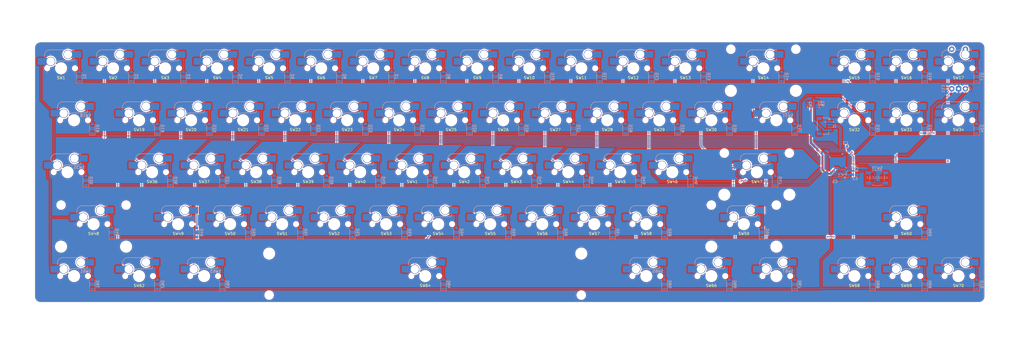
<source format=kicad_pcb>
(kicad_pcb (version 20221018) (generator pcbnew)
  (layers (0 "F.Cu" signal) (31 "B.Cu" signal) (34 "B.Paste" user) (35 "F.Paste" user) (36 "B.SilkS" user "B.Silkscreen") (37 "F.SilkS" user "F.Silkscreen") (38 "B.Mask" user) (39 "F.Mask" user) (44 "Edge.Cuts" user))
  (net 0 "")
  (net 1 "COL0")
  (net 2 "COL1")
  (net 3 "COL10")
  (net 4 "COL11")
  (net 5 "COL12")
  (net 6 "COL13")
  (net 7 "COL14")
  (net 8 "COL15")
  (net 9 "COL16")
  (net 10 "COL17")
  (net 11 "COL2")
  (net 12 "COL3")
  (net 13 "COL4")
  (net 14 "COL5")
  (net 15 "COL6")
  (net 16 "COL7")
  (net 17 "COL8")
  (net 18 "COL9")
  (net 19 "Net-(D1-A)")
  (net 20 "Net-(D2-A)")
  (net 21 "Net-(D3-A)")
  (net 22 "Net-(D4-A)")
  (net 23 "Net-(D5-A)")
  (net 24 "Net-(D6-A)")
  (net 25 "Net-(D7-A)")
  (net 26 "Net-(D8-A)")
  (net 27 "Net-(D9-A)")
  (net 28 "Net-(D10-A)")
  (net 29 "Net-(D11-A)")
  (net 30 "Net-(D12-A)")
  (net 31 "Net-(D13-A)")
  (net 32 "Net-(D14-A)")
  (net 33 "Net-(D15-A)")
  (net 34 "Net-(D16-A)")
  (net 35 "Net-(D18-A)")
  (net 36 "Net-(D19-A)")
  (net 37 "Net-(D20-A)")
  (net 38 "Net-(D21-A)")
  (net 39 "Net-(D22-A)")
  (net 40 "Net-(D23-A)")
  (net 41 "Net-(D24-A)")
  (net 42 "Net-(D25-A)")
  (net 43 "Net-(D26-A)")
  (net 44 "Net-(D27-A)")
  (net 45 "Net-(D28-A)")
  (net 46 "Net-(D29-A)")
  (net 47 "Net-(D30-A)")
  (net 48 "Net-(D31-A)")
  (net 49 "Net-(D32-A)")
  (net 50 "Net-(D33-A)")
  (net 51 "Net-(D34-A)")
  (net 52 "Net-(D35-A)")
  (net 53 "Net-(D36-A)")
  (net 54 "Net-(D37-A)")
  (net 55 "Net-(D38-A)")
  (net 56 "Net-(D39-A)")
  (net 57 "Net-(D40-A)")
  (net 58 "Net-(D41-A)")
  (net 59 "Net-(D42-A)")
  (net 60 "Net-(D43-A)")
  (net 61 "Net-(D44-A)")
  (net 62 "Net-(D45-A)")
  (net 63 "Net-(D46-A)")
  (net 64 "Net-(D47-A)")
  (net 65 "Net-(D48-A)")
  (net 66 "Net-(D49-A)")
  (net 67 "Net-(D50-A)")
  (net 68 "Net-(D51-A)")
  (net 69 "Net-(D52-A)")
  (net 70 "Net-(D53-A)")
  (net 71 "Net-(D54-A)")
  (net 72 "Net-(D55-A)")
  (net 73 "Net-(D56-A)")
  (net 74 "Net-(D57-A)")
  (net 75 "Net-(D58-A)")
  (net 76 "Net-(D59-A)")
  (net 77 "Net-(D60-A)")
  (net 78 "Net-(D61-A)")
  (net 79 "Net-(D62-A)")
  (net 80 "Net-(D63-A)")
  (net 81 "Net-(D64-A)")
  (net 82 "Net-(D65-A)")
  (net 83 "Net-(D66-A)")
  (net 84 "Net-(D67-A)")
  (net 85 "Net-(D68-A)")
  (net 86 "Net-(D69-A)")
  (net 87 "Net-(D70-A)")
  (net 88 "ROW0")
  (net 89 "ROW1")
  (net 90 "ROW2")
  (net 91 "ROW3")
  (net 92 "ROW4")
  (net 93 "GND")
  (net 94 "NRST")
  (net 95 "+3V3")
  (net 96 "+5V")
  (net 97 "D_P")
  (net 98 "D_N")
  (net 99 "BOOT0")
  (net 100 "SWDCLK")
  (net 101 "SWDIO")
  (net 110 "ENC_B")
  (net 111 "ENC_A")
  (net 112 "/matrix/COL17_SW")
  (footprint "marbastlib-mx:STAB_MX_2u" (layer "F.Cu") (at 304.3625 84.5)
    (fp_text reference "REF**" hide)
    (fp_text value "STAB_MX_2u")
  )
  (footprint "marbastlib-mx:STAB_MX_2.25u" (layer "F.Cu") (at 59.09375 141.65)
    (fp_text reference "REF**" hide)
    (fp_text value "STAB_MX_2.25u")
  )
  (footprint "marbastlib-mx:STAB_MX_2.25u" (layer "F.Cu") (at 301.98125 122.6)
    (fp_text reference "REF**" hide)
    (fp_text value "STAB_MX_2.25u")
  )
  (footprint "marbastlib-mx:STAB_MX_7u" (layer "F.Cu") (at 180.5375 160.7 180)
    (fp_text reference "REF**" hide)
    (fp_text value "STAB_MX_7u")
  )
  (footprint "marbastlib-mx:STAB_MX_2.75u" (layer "F.Cu") (at 297.21875 141.65)
    (fp_text reference "REF**" hide)
    (fp_text value "STAB_MX_2.75u")
  )
  (footprint "marbastlib-various:ROT_Alps_EC11E-Switch" (layer "F.Cu") (at 375.85 84.5)
    (fp_text reference "SW73" hide)
    (fp_text value "Rotary_Encoder_Switch")
  )
  (footprint "marbastlib-mx:SW_MX_HS_1u" (layer "B.Cu") (at 204.35 141.65 180)
    (fp_text reference "SW55")
    (fp_text value "MX" hide)
  )
  (footprint "Diode_SMD:D_SOD-123" (layer "B.Cu") (at 249.13 144.68 90)
    (fp_text reference "D57")
    (fp_text value "1N4148W")
  )
  (footprint "random-keyboard-parts:JST-SR-4" (layer "B.Cu") (at 323.8875 105.7 90)
    (fp_text reference "J1")
    (fp_text value "SM04B-SRSS-TB(LF)(SN)")
  )
  (footprint "Diode_SMD:D_SOD-123" (layer "B.Cu") (at 201.505 125.63 90)
    (fp_text reference "D42")
    (fp_text value "1N4148W")
  )
  (footprint "marbastlib-mx:SW_MX_HS_1u" (layer "B.Cu") (at 213.875 122.6 180)
    (fp_text reference "SW43")
    (fp_text value "MX" hide)
  )
  (footprint "marbastlib-mx:SW_MX_HS_1u" (layer "B.Cu") (at 223.4 141.65 180)
    (fp_text reference "SW56")
    (fp_text value "MX" hide)
  )
  (footprint "Capacitor_SMD:C_0402_1005Metric" (layer "B.Cu") (at 332.5 124.875 180)
    (fp_text reference "C1")
    (fp_text value "100nF")
  )
  (footprint "marbastlib-mx:SW_MX_HS_1u" (layer "B.Cu") (at 285.3125 160.7 180)
    (fp_text reference "SW66")
    (fp_text value "MX" hide)
  )
  (footprint "Diode_SMD:D_SOD-123" (layer "B.Cu") (at 211.03 144.68 90)
    (fp_text reference "D55")
    (fp_text value "1N4148W")
  )
  (footprint "marbastlib-mx:SW_MX_HS_1u" (layer "B.Cu") (at 190.0625 103.55 180)
    (fp_text reference "SW25")
    (fp_text value "MX" hide)
  )
  (footprint "marbastlib-mx:SW_MX_HS_1u" (layer "B.Cu") (at 247.2125 103.55 180)
    (fp_text reference "SW28")
    (fp_text value "MX" hide)
  )
  (footprint "marbastlib-mx:SW_MX_HS_1u" (layer "B.Cu") (at 156.725 122.6 180)
    (fp_text reference "SW40")
    (fp_text value "MX" hide)
  )
  (footprint "Diode_SMD:D_SOD-123" (layer "B.Cu") (at 134.83 144.68 90)
    (fp_text reference "D51")
    (fp_text value "1N4148W")
  )
  (footprint "marbastlib-mx:SW_MX_HS_1.75u_STP_1.25" (layer "B.Cu") (at 49.56875 122.6 180)
    (fp_text reference "SW35")
    (fp_text value "MX" hide)
  )
  (footprint "Diode_SMD:D_SOD-123" (layer "B.Cu") (at 58.63 163.73 90)
    (fp_text reference "D61")
    (fp_text value "1N4148W")
  )
  (footprint "Diode_SMD:D_SOD-123" (layer "B.Cu") (at 58.63 106.58 90)
    (fp_text reference "D18")
    (fp_text value "1N4148W")
  )
  (footprint "marbastlib-mx:SW_MX_HS_1u" (layer "B.Cu") (at 209.1125 103.55 180)
    (fp_text reference "SW26")
    (fp_text value "MX" hide)
  )
  (footprint "Capacitor_SMD:C_0402_1005Metric" (layer "B.Cu") (at 326 115.72 -90)
    (fp_text reference "C7")
    (fp_text value "100nF")
  )
  (footprint "Diode_SMD:D_SOD-123" (layer "B.Cu") (at 111.0175 87.53 90)
    (fp_text reference "D4")
    (fp_text value "1N4148W")
  )
  (footprint "Diode_SMD:D_SOD-123" (layer "B.Cu") (at 139.5925 106.58 90)
    (fp_text reference "D22")
    (fp_text value "1N4148W")
  )
  (footprint "Diode_SMD:D_SOD-123" (layer "B.Cu") (at 291.9925 163.73 90)
    (fp_text reference "D66")
    (fp_text value "1N4148W")
  )
  (footprint "Diode_SMD:D_SOD-123" (layer "B.Cu") (at 144.355 125.63 90)
    (fp_text reference "D39")
    (fp_text value "1N4148W")
  )
  (footprint "marbastlib-mx:SW_MX_HS_1u" (layer "B.Cu") (at 85.2875 84.5 180)
    (fp_text reference "SW3")
    (fp_text value "MX" hide)
  )
  (footprint "Diode_SMD:D_SOD-123" (layer "B.Cu") (at 363.43 163.73 90)
    (fp_text reference "D69")
    (fp_text value "1N4148W")
  )
  (footprint "Diode_SMD:D_SOD-123" (layer "B.Cu") (at 125.305 125.63 90)
    (fp_text reference "D38")
    (fp_text value "1N4148W")
  )
  (footprint "marbastlib-mx:SW_MX_HS_1.5u" (layer "B.Cu") (at 51.95 103.55 180)
    (fp_text reference "SW18")
    (fp_text value "MX" hide)
  )
  (footprint "marbastlib-mx:SW_MX_HS_1u" (layer "B.Cu") (at 137.675 122.6 180)
    (fp_text reference "SW39")
    (fp_text value "MX" hide)
  )
  (footprint "Diode_SMD:D_SOD-123" (layer "B.Cu") (at 258.655 125.63 90)
    (fp_text reference "D45")
    (fp_text value "1N4148W")
  )
  (footprint "Diode_SMD:D_SOD-123" (layer "B.Cu") (at 101.4925 106.58 90)
    (fp_text reference "D20")
    (fp_text value "1N4148W")
  )
  (footprint "marbastlib-mx:SW_MX_HS_1u" (layer "B.Cu") (at 337.7 103.55 180)
    (fp_text reference "SW32")
    (fp_text value "MX" hide)
  )
  (footprint "marbastlib-mx:SW_MX_HS_1u" (layer "B.Cu") (at 180.5375 84.5 180)
    (fp_text reference "SW8")
    (fp_text value "MX" hide)
  )
  (footprint "marbastlib-mx:SW_MX_HS_1u" (layer "B.Cu") (at 59.09375 141.65 180)
    (fp_text reference "SW48")
    (fp_text value "MX" hide)
  )
  (footprint "Diode_SMD:D_SOD-123" (layer "B.Cu") (at 344.38 106.58 90)
    (fp_text reference "D32")
    (fp_text value "1N4148W")
  )
  (footprint "Capacitor_SMD:C_0402_1005Metric" (layer "B.Cu") (at 320.55 97.55 90)
    (fp_text reference "C9")
    (fp_text value "1uF")
  )
  (footprint "marbastlib-mx:SW_MX_HS_1u" (layer "B.Cu") (at 304.3625 84.5 180)
    (fp_text reference "SW14")
    (fp_text value "MX" hide)
  )
  (footprint "Diode_SMD:D_SOD-123" (layer "B.Cu") (at 234.8425 106.58 90)
    (fp_text reference "D27")
    (fp_text value "1N4148W")
  )
  (footprint "marbastlib-mx:SW_MX_HS_1u" (layer "B.Cu") (at 228.1625 103.55 180)
    (fp_text reference "SW27")
    (fp_text value "MX" hide)
  )
  (footprint "Diode_SMD:D_SOD-123" (layer "B.Cu") (at 191.98 144.68 90)
    (fp_text reference "D54")
    (fp_text value "1N4148W")
  )
  (footprint "marbastlib-mx:SW_MX_HS_1u" (layer "B.Cu") (at 147.2 141.65 180)
    (fp_text reference "SW52")
    (fp_text value "MX" hide)
  )
  (footprint "Diode_SMD:D_SOD-123" (layer "B.Cu") (at 106.255 163.73 90)
    (fp_text reference "D63")
    (fp_text value "1N4148W")
  )
  (footprint "marbastlib-mx:SW_MX_HS_1u" (layer "B.Cu") (at 175.775 122.6 180)
    (fp_text reference "SW41")
    (fp_text value "MX" hide)
  )
  (footprint "Diode_SMD:D_SOD-123" (layer "B.Cu") (at 220.555 125.63 90)
    (fp_text reference "D43")
    (fp_text value "1N4148W")
  )
  (footprint "marbastlib-mx:SW_MX_HS_1.5u" (layer "B.Cu") (at 309.125 160.7 180)
    (fp_text reference "SW67")
    (fp_text value "MX" hide)
  )
  (footprint "Diode_SMD:D_SOD-123" (layer "B.Cu") (at 344.38 87.53 90)
    (fp_text reference "D15")
    (fp_text value "1N4148W")
  )
  (footprint "Package_TO_SOT_SMD:SOT-23" (layer "B.Cu") (at 322.8 97.3 90)
    (fp_text reference "U2")
    (fp_text value "XC6206PxxxMR-Regulator_Linear")
  )
  (footprint "marbastlib-mx:SW_MX_HS_1u" (layer "B.Cu") (at 337.7 160.7 180)
    (fp_text reference "SW68")
    (fp_text value "MX" hide)
  )
  (footprint "marbastlib-mx:SW_MX_HS_1u" (layer "B.Cu") (at 113.8625 103.55 180)
    (fp_text reference "SW21")
    (fp_text value "MX" hide)
  )
  (footprint "marbastlib-mx:SW_MX_HS_1u" (layer "B.Cu") (at 75.7625 160.7 180)
    (fp_text reference "SW62")
    (fp_text value "MX" hide)
  )
  (footprint "Diode_SMD:D_SOD-123" (layer "B.Cu") (at 130.0675 87.53 90)
    (fp_text reference "D5")
    (fp_text value "1N4148W")
  )
  (footprint "marbastlib-mx:SW_MX_HS_1u" (layer "B.Cu") (at 251.975 122.6 180)
    (fp_text reference "SW45")
    (fp_text value "MX" hide)
  )
  (footprint "Diode_SMD:D_SOD-123" (layer "B.Cu") (at 382.48 106.58 90)
    (fp_text reference "D34")
    (fp_text value "1N4148W")
  )
  (footprint "Diode_SMD:D_SOD-123" (layer "B.Cu") (at 53.8675 87.53 90)
    (fp_text reference "D1")
    (fp_text value "1N4148W")
  )
  (footprint "Diode_SMD:D_SOD-123" (layer "B.Cu") (at 72.9175 87.53 90)
    (fp_text reference "D2")
    (fp_text value "1N4148W")
  )
  (footprint "marbastlib-mx:SW_MX_HS_1u" (layer "B.Cu") (at 132.9125 103.55 180)
    (fp_text reference "SW22")
    (fp_text value "MX" hide)
  )
  (footprint "Diode_SMD:D_SOD-123" (layer "B.Cu") (at 115.78 144.68 90)
    (fp_text reference "D50")
    (fp_text value "1N4148W")
  )
  (footprint "Diode_SMD:D_SOD-123" (layer "B.Cu") (at 263.4175 87.53 90)
    (fp_text reference "D12")
    (fp_text value "1N4148W")
  )
  (footprint "marbastlib-mx:SW_MX_HS_1.5u" (layer "B.Cu") (at 51.95 160.7 180)
    (fp_text reference "SW61")
    (fp_text value "MX" hide)
  )
  (footprint "Diode_SMD:D_SOD-123" (layer "B.Cu") (at 315.805 163.73 90)
    (fp_text reference "D67")
    (fp_text value "1N4148W")
  )
  (footprint "marbastlib-mx:SW_MX_HS_1.5u" (layer "B.Cu") (at 309.125 103.55 180)
    (fp_text reference "SW31")
    (fp_text value "MX" hide)
  )
  (footprint "Diode_SMD:D_SOD-123" (layer "B.Cu") (at 149.1175 87.53 90)
    (fp_text reference "D6")
    (fp_text value "1N4148W")
  )
  (footprint "Diode_SMD:D_SOD-123" (layer "B.Cu") (at 168.1675 87.53 90)
    (fp_text reference "D7")
    (fp_text value "1N4148W")
  )
  (footprint "marbastlib-mx:SW_MX_HS_1u" (layer "B.Cu") (at 337.7 84.5 180)
    (fp_text reference "SW15")
    (fp_text value "MX" hide)
  )
  (footprint "Diode_SMD:D_SOD-123" (layer "B.Cu") (at 163.405 125.63 90)
    (fp_text reference "D40")
    (fp_text value "1N4148W")
  )
  (footprint "Diode_SMD:D_SOD-123" (layer "B.Cu") (at 311.0425 87.53 90)
    (fp_text reference "D14")
    (fp_text value "1N4148W")
  )
  (footprint "Diode_SMD:D_SOD-123" (layer "B.Cu") (at 272.9425 106.58 90)
    (fp_text reference "D29")
    (fp_text value "1N4148W")
  )
  (footprint "Diode_SMD:D_SOD-123" (layer "B.Cu") (at 282.4675 87.53 90)
    (fp_text reference "D13")
    (fp_text value "1N4148W")
  )
  (footprint "marbastlib-mx:SW_MX_HS_1u" (layer "B.Cu") (at 47.1875 84.5 180)
    (fp_text reference "SW1")
    (fp_text value "MX" hide)
  )
  (footprint "marbastlib-mx:SW_MX_HS_1.5u" (layer "B.Cu") (at 99.575 160.7 180)
    (fp_text reference "SW63")
    (fp_text value "MX" hide)
  )
  (footprint "marbastlib-mx:SW_MX_HS_1u" (layer "B.Cu") (at 104.3375 84.5 180)
    (fp_text reference "SW4")
    (fp_text value "MX" hide)
  )
  (footprint "Diode_SMD:D_SOD-123" (layer "B.Cu") (at 363.43 87.53 90)
    (fp_text reference "D16")
    (fp_text value "1N4148W")
  )
  (footprint "Button_Switch_SMD:SW_SPST_SKQG_WithoutStem" (layer "B.Cu") (at 346 124.7 180)
    (fp_text reference "SW71")
    (fp_text value "SKQGABE010")
  )
  (footprint "Diode_SMD:D_SOD-123" (layer "B.Cu") (at 158.6425 106.58 90)
    (fp_text reference "D23")
    (fp_text value "1N4148W")
  )
  (footprint "marbastlib-mx:SW_MX_HS_1u" (layer "B.Cu") (at 90.05 141.65 180)
    (fp_text reference "SW49")
    (fp_text value "MX" hide)
  )
  (footprint "marbastlib-mx:SW_MX_HS_1u" (layer "B.Cu") (at 118.625 122.6 180)
    (fp_text reference "SW38")
    (fp_text value "MX" hide)
  )
  (footprint "marbastlib-mx:SW_MX_HS_1u" (layer "B.Cu") (at 142.4375 84.5 180)
    (fp_text reference "SW6")
    (fp_text value "MX" hide)
  )
  (footprint "Diode_SMD:D_SOD-123" (layer "B.Cu") (at 215.7925 106.58 90)
    (fp_text reference "D26")
    (fp_text value "1N4148W")
  )
  (footprint "marbastlib-mx:SW_MX_HS_1u" (layer "B.Cu") (at 109.1 141.65 180)
    (fp_text reference "SW50")
    (fp_text value "MX" hide)
  )
  (footprint "marbastlib-mx:SW_MX_HS_1u" (layer "B.Cu") (at 123.3875 84.5 180)
    (fp_text reference "SW5")
    (fp_text value "MX" hide)
  )
  (footprint "marbastlib-mx:SW_MX_HS_1u" (layer "B.Cu") (at 375.8 160.7 180)
    (fp_text reference "SW70")
    (fp_text value "MX" hide)
  )
  (footprint "Diode_SMD:D_SOD-123" (layer "B.Cu") (at 187.2175 163.73 90)
    (fp_text reference "D64")
    (fp_text value "1N4148W")
  )
  (footprint "marbastlib-mx:SW_MX_HS_1u" (layer "B.Cu") (at 199.5875 84.5 180)
    (fp_text reference "SW9")
    (fp_text value "MX" hide)
  )
  (footprint "Capacitor_SMD:C_0402_1005Metric" (layer "B.Cu") (at 335.35 124.05 -90)
    (fp_text reference "C4")
    (fp_text value "100nF")
  )
  (footprint "Diode_SMD:D_SOD-123" (layer "B.Cu") (at 106.255 125.63 90)
    (fp_text reference "D37")
    (fp_text value "1N4148W")
  )
  (footprint "Diode_SMD:D_SOD-123" (layer "B.Cu") (at 344.38 163.73 90)
    (fp_text reference "D68")
    (fp_text value "1N4148W")
  )
  (footprint "Diode_SMD:D_SOD-123" (layer "B.Cu") (at 177.6925 106.58 90)
    (fp_text reference "D24")
    (fp_text value "1N4148W")
  )
  (footprint "Diode_SMD:D_SOD-123" (layer "B.Cu") (at 382.48 163.73 90)
    (fp_text reference "D70")
    (fp_text value "1N4148W")
  )
  (footprint "marbastlib-mx:SW_MX_HS_1u" (layer "B.Cu") (at 128.15 141.65 180)
    (fp_text reference "SW51")
    (fp_text value "MX" hide)
  )
  (footprint "Diode_SMD:D_SOD-123" (layer "B.Cu") (at 303.89875 144.68 90)
    (fp_text reference "D59")
    (fp_text value "1N4148W")
  )
  (footprint "marbastlib-mx:SW_MX_HS_1u" (layer "B.Cu") (at 151.9625 103.55 180)
    (fp_text reference "SW23")
    (fp_text value "MX" hide)
  )
  (footprint "marbastlib-mx:SW_MX_HS_1u" (layer "B.Cu") (at 218.6375 84.5 180)
    (fp_text reference "SW10")
    (fp_text value "MX" hide)
  )
  (footprint "Diode_SMD:D_SOD-123" (layer "B.Cu") (at 308.66125 125.63 90)
    (fp_text reference "D47")
    (fp_text value "1N4148W")
  )
  (footprint "marbastlib-mx:SW_MX_HS_1u" (layer "B.Cu") (at 375.8 84.5 180)
    (fp_text reference "SW17")
    (fp_text value "MX" hide)
  )
  (footprint "marbastlib-mx:SW_MX_HS_1u" (layer "B.Cu") (at 80.525 122.6 180)
    (fp_text reference "SW36")
    (fp_text value "MX" hide)
  )
  (footprint "Resistor_SMD:R_0402_1005Metric" (layer "B.Cu") (at 338.775 120.634999 -90)
    (fp_text reference "R1")
    (fp_text value "10k")
  )
  (footprint "marbastlib-mx:SW_MX_HS_1u" (layer "B.Cu") (at 356.75 160.7 180)
    (fp_text reference "SW69")
    (fp_text value "MX" hide)
  )
  (footprint "Capacitor_SMD:C_0402_1005Metric" (layer "B.Cu") (at 371.425 92.045 -90)
    (fp_text reference "C11")
    (fp_text value "100nF")
  )
  (footprint "marbastlib-mx:SW_MX_HS_1u" (layer "B.Cu") (at 194.825 122.6 180)
    (fp_text reference "SW42")
    (fp_text value "MX" hide)
  )
  (footprint "marbastlib-mx:SW_MX_HS_1.5u" (layer "B.Cu") (at 261.5 160.7 180)
    (fp_text reference "SW65")
    (fp_text value "MX" hide)
  )
  (footprint "Diode_SMD:D_SOD-123" (layer "B.Cu") (at 363.43 144.68 90)
    (fp_text reference "D60")
    (fp_text value "1N4148W")
  )
  (footprint "Diode_SMD:D_SOD-123" (layer "B.Cu") (at 82.4425 163.73 90)
    (fp_text reference "D62")
    (fp_text value "1N4148W")
  )
  (footprint "Diode_SMD:D_SOD-123" (layer "B.Cu") (at 206.2675 87.53 90)
    (fp_text reference "D9")
    (fp_text value "1N4148W")
  )
  (footprint "marbastlib-mx:SW_MX_HS_1u" (layer "B.Cu") (at 237.6875 84.5 180)
    (fp_text reference "SW11")
    (fp_text value "MX" hide)
  )
  (footprint "Capacitor_SMD:C_0402_1005Metric" (layer "B.Cu") (at 325 97.5 90)
    (fp_text reference "C8")
    (fp_text value "1uF")
  )
  (footprint "marbastlib-mx:SW_MX_HS_1u" (layer "B.Cu") (at 185.3 141.65 180)
    (fp_text reference "SW54")
    (fp_text value "MX" hide)
  )
  (footprint "Diode_SMD:D_SOD-123" (layer "B.Cu") (at 315.805 106.58 90)
    (fp_text reference "D31")
    (fp_text value "1N4148W")
  )
  (footprint "Diode_SMD:D_SOD-123" (layer "B.Cu") (at 120.5425 106.58 90)
    (fp_text reference "D21")
    (fp_text value "1N4148W")
  )
  (footprint "marbastlib-mx:SW_MX_HS_1u" (layer "B.Cu") (at 242.45 141.65 180)
    (fp_text reference "SW57")
    (fp_text value "MX" hide)
  )
  (footprint "marbastlib-mx:SW_MX_HS_1u" (layer "B.Cu") (at 166.25 141.65 180)
    (fp_text reference "SW53")
    (fp_text value "MX" hide)
  )
  (footprint "marbastlib-mx:SW_MX_HS_1u" (layer "B.Cu") (at 171.0125 103.55 180)
    (fp_text reference "SW24")
    (fp_text value "MX" hide)
  )
  (footprint "Diode_SMD:D_SOD-123" (layer "B.Cu") (at 253.8925 106.58 90)
    (fp_text reference "D28")
    (fp_text value "1N4148W")
  )
  (footprint "Diode_SMD:D_SOD-123" (layer "B.Cu") (at 239.605 125.63 90)
    (fp_text reference "D44")
    (fp_text value "1N4148W")
  )
  (footprint "marbastlib-mx:SW_MX_HS_1u" (layer "B.Cu") (at 99.575 122.6 180)
    (fp_text reference "SW37")
    (fp_text value "MX" hide)
  )
  (footprint "Capacitor_SMD:C_0402_1005Metric" (layer "B.Cu") (at 337.42 121.6375 90)
    (fp_text reference "C6")
    (fp_text value "100nF")
  )
  (footprint "Diode_SMD:D_SOD-123" (layer "B.Cu") (at 382.48 87.53 90)
    (fp_text reference "D17")
    (fp_text value "1N4148W")
  )
  (footprint "Diode_SMD:D_SOD-123" (layer "B.Cu") (at 56.24875 125.63 90)
    (fp_text reference "D35")
    (fp_text value "1N4148W")
  )
  (footprint "marbastlib-mx:SW_MX_HS_1u" (layer "B.Cu") (at 356.75 141.65 180)
    (fp_text reference "SW60")
    (fp_text value "MX" hide)
  )
  (footprint "Capacitor_SMD:C_0402_1005Metric" (layer "B.Cu") (at 380.15 91.945 -90)
    (fp_text reference "C10")
    (fp_text value "100nF")
  )
  (footprint "Diode_SMD:D_SOD-123" (layer "B.Cu") (at 187.2175 87.53 90)
    (fp_text reference "D8")
    (fp_text value "1N4148W")
  )
  (footprint "Diode_SMD:D_SOD-123" (layer "B.Cu") (at 230.08 144.68 90)
    (fp_text reference "D56")
    (fp_text value "1N4148W")
  )
  (footprint "marbastlib-mx:SW_MX_HS_1u" (layer "B.Cu") (at 297.21875 141.65 180)
    (fp_text reference "SW59")
    (fp_text value "MX" hide)
  )
  (footprint "marbastlib-mx:SW_MX_HS_1u" (layer "B.Cu") (at 66.2375 84.5 180)
    (fp_text reference "SW2")
    (fp_text value "MX" hide)
  )
  (footprint "Capacitor_SMD:C_0402_1005Metric" (layer "B.Cu") (at 330.59 124.8875)
    (fp_text reference "C5")
    (fp_text value "100nF")
  )
  (footprint "marbastlib-mx:SW_MX_HS_1u" (layer "B.Cu") (at 375.8 103.55 180)
    (fp_text reference "SW34")
    (fp_text value "MX" hide)
  )
  (footprint "Diode_SMD:D_SOD-123" (layer "B.Cu") (at 277.705 125.63 90)
    (fp_text reference "D46")
    (fp_text value "1N4148W")
  )
  (footprint "Capacitor_SMD:C_0402_1005Metric" (layer "B.Cu") (at 334.42 113.0875 180)
    (fp_text reference "C3")
    (fp_text value "100nF")
  )
  (footprint "Capacitor_SMD:C_0603_1608Metric" (layer "B.Cu") (at 337.95 123.5)
    (fp_text reference "C2")
    (fp_text value "10uF 25V")
  )
  (footprint "marbastlib-mx:SW_MX_HS_1u" (layer "B.Cu") (at 261.5 141.65 180)
    (fp_text reference "SW58")
    (fp_text value "MX" hide)
  )
  (footprint "marbastlib-mx:SW_MX_HS_1u" (layer "B.Cu") (at 256.7375 84.5 180)
    (fp_text reference "SW12")
    (fp_text value "MX" hide)
  )
  (footprint "Diode_SMD:D_SOD-123" (layer "B.Cu") (at 363.43 106.58 90)
    (fp_text reference "D33")
    (fp_text value "1N4148W")
  )
  (footprint "Diode_SMD:D_SOD-123" (layer "B.Cu") (at 172.93 144.68 90)
    (fp_text reference "D53")
    (fp_text value "1N4148W")
  )
  (footprint "marbastlib-mx:SW_MX_HS_1u" (layer "B.Cu") (at 301.98125 122.6 180)
    (fp_text reference "SW47")
    (fp_text value "MX" hide)
  )
  (footprint "Diode_SMD:D_SOD-123" (layer "B.Cu") (at 182.455 125.63 90)
    (fp_text reference "D41")
    (fp_text value "1N4148W")
  )
  (footprint "Diode_SMD:D_SOD-123" (layer "B.Cu") (at 153.88 144.68 90)
    (fp_text reference "D52")
    (fp_text value "1N4148W")
  )
  (footprint "marbastlib-mx:SW_MX_HS_1u" (layer "B.Cu") (at 271.025 122.6 180)
    (fp_text reference "SW46")
    (fp_text value "MX" hide)
  )
  (footprint "marbastlib-mx:SW_MX_HS_1u" (layer "B.Cu") (at 285.3125 103.55 180)
    (fp_text reference "SW30")
    (fp_text value "MX" hide)
  )
  (footprint "marbastlib-mx:SW_MX_HS_1u" (layer "B.Cu") (at 232.925 122.6 180)
    (fp_text reference "SW44")
    (fp_text value "MX" hide)
  )
  (footprint "Diode_SMD:D_SOD-123" (layer "B.Cu") (at 196.7425 106.58 90)
    (fp_text reference "D25")
    (fp_text value "1N4148W")
  )
  (footprint "marbastlib-mx:SW_MX_HS_1u" (layer "B.Cu") (at 356.75 103.55 180)
    (fp_text reference "SW33")
    (fp_text value "MX" hide)
  )
  (footprint "Diode_SMD:D_SOD-123" (layer "B.Cu") (at 65.77375 144.68 90)
    (fp_text reference "D48")
    (fp_text value "1N4148W")
  )
  (footprint "Package_QFP:LQFP-48_7x7mm_P0.5mm" (layer "B.Cu") (at 331.62 118.7875 90)
    (fp_text reference "U1")
    (fp_text value "STM32F072C8T6")
  )
  (footprint "marbastlib-mx:SW_MX_HS_1u" (layer "B.Cu") (at 161.4875 84.5 180)
    (fp_text reference "SW7")
    (fp_text value "MX" hide)
  )
  (footprint "marbastlib-mx:SW_MX_HS_1u" (layer "B.Cu") (at 266.2625 103.55 180)
    (fp_text reference "SW29")
    (fp_text value "MX" hide)
  )
  (footprint "Diode_SMD:D_SOD-123" (layer "B.Cu") (at 96.73 144.68 90)
    (fp_text reference "D49")
    (fp_text value "1N4148W")
  )
  (footprint "Diode_SMD:D_SOD-123" (layer "B.Cu") (at 268.18 144.68 90)
    (fp_text reference "D58")
    (fp_text value "1N4148W")
  )
  (footprint "Diode_SMD:D_SOD-123" (layer "B.Cu") (at 225.3175 87.53 90)
    (fp_text reference "D10")
    (fp_text value "1N4148W")
  )
  (footprint "Diode_SMD:D_SOD-123" (layer "B.Cu") (at 291.9925 106.58 90)
    (fp_text reference "D30")
    (fp_text value "1N4148W")
  )
  (footprint "Diode_SMD:D_SOD-123" (layer "B.Cu") (at 268.18 163.73 90)
    (fp_text reference "D65")
    (fp_text value "1N4148W")
  )
  (footprint "marbastlib-mx:SW_MX_HS_1u" (layer "B.Cu") (at 94.8125 103.55 180)
    (fp_text reference "SW20")
    (fp_text value "MX" hide)
  )
  (footprint "Diode_SMD:D_SOD-123" (layer "B.Cu") (at 82.4425 106.58 90)
    (fp_text reference "D19")
    (fp_text value "1N4148W")
  )
  (footprint "Diode_SMD:D_SOD-123" (layer "B.Cu") (at 87.205 125.63 90)
    (fp_text reference "D36")
    (fp_text value "1N4148W")
  )
  (footprint "marbastlib-mx:SW_MX_HS_1u" (layer "B.Cu") (at 275.7875 84.5 180)
    (fp_text reference "SW13")
    (fp_text value "MX" hide)
  )
  (footprint "Diode_SMD:D_SOD-123" (layer "B.Cu") (at 91.9675 87.53 90)
    (fp_text reference "D3")
    (fp_text value "1N4148W")
  )
  (footprint "marbastlib-mx:SW_MX_HS_1u" (layer "B.Cu") (at 356.75 84.5 180)
    (fp_text reference "SW16")
    (fp_text value "MX" hide)
  )
  (footprint "marbastlib-mx:SW_MX_HS_1u" (layer "B.Cu") (at 75.7625 103.55 180)
    (fp_text reference "SW19")
    (fp_text value "MX" hide)
  )
  (footprint "Diode_SMD:D_SOD-123" (layer "B.Cu") (at 244.3675 87.53 90)
    (fp_text reference "D11")
    (fp_text value "1N4148W")
  )
  (footprint "marbastlib-mx:SW_MX_HS_1u" (layer "B.Cu") (at 180.5375 160.7 180)
    (fp_text reference "SW64")
    (fp_text value "MX" hide)
  )
  (gr_line (start 383.325 170.225) (end 39.6625 170.225) (stroke (width 0.1)) (layer "Edge.Cuts"))
  (gr_arc (start 385.325 168.225) (mid 384.739214 169.639214) (end 383.325 170.225) (stroke (width 0.1)) (layer "Edge.Cuts"))
  (gr_arc (start 39.6625 170.225) (mid 38.248286 169.639214) (end 37.6625 168.225) (stroke (width 0.1)) (layer "Edge.Cuts"))
  (gr_line (start 385.325 76.975) (end 385.325 168.225) (stroke (width 0.1)) (layer "Edge.Cuts"))
  (gr_line (start 39.6625 74.975) (end 383.325 74.975) (stroke (width 0.1)) (layer "Edge.Cuts"))
  (gr_line (start 37.6625 168.225) (end 37.6625 76.975) (stroke (width 0.1)) (layer "Edge.Cuts"))
  (gr_arc (start 383.325 74.975) (mid 384.739214 75.560786) (end 385.325 76.975) (stroke (width 0.1)) (layer "Edge.Cuts"))
  (gr_arc (start 37.6625 76.975) (mid 38.248286 75.560786) (end 39.6625 74.975) (stroke (width 0.1)) (layer "Edge.Cuts"))
  (gr_text "JLCJLCJLCJLC" (at 350.3075 125.07) (layer "B.SilkS") (effects (font (size 0.8 0.8) (thickness 0.1)) (justify left bottom mirror)))
  (segment (start 44.59 117.67875) (end 44.59 101.01) (width 0.2) (layer "B.Cu") (net 1))
  (segment (start 331.37 114.625) (end 331.37 113.594426) (width 0.2) (layer "B.Cu") (net 1))
  (segment (start 44.59 158.16) (end 43.26375 156.83375) (width 0.2) (layer "B.Cu") (net 1))
  (segment (start 42.2875 124.68) (end 42.2875 120.13875) (width 0.2) (layer "B.Cu") (net 1))
  (segment (start 42.20875 120.06) (end 44.59 117.67875) (width 0.2) (layer "B.Cu") (net 1))
  (segment (start 51.73375 139.11) (end 43.29375 139.11) (width 0.2) (layer "B.Cu") (net 1))
  (segment (start 39.8275 96.2475) (end 39.8275 81.96) (width 0.2) (layer "B.Cu") (net 1))
  (segment (start 44.5975 117.64) (end 42.2275 120.01) (width 0.2) (layer "B.Cu") (net 1))
  (segment (start 331.37 113.594426) (end 329.525574 111.75) (width 0.2) (layer "B.Cu") (net 1))
  (segment (start 43.26375 139.14) (end 43.26375 125.65625) (width 0.2) (layer "B.Cu") (net 1))
  (segment (start 43.29375 139.11) (end 43.26375 139.14) (width 0.2) (layer "B.Cu") (net 1))
  (segment (start 323.409802 111.75) (end 320.7348 109.075) (width 0.2) (layer "B.Cu") (net 1))
  (segment (start 329.525574 111.75) (end 323.409802 111.75) (width 0.2) (layer "B.Cu") (net 1))
  (segment (start 43.26375 156.83375) (end 43.26375 139.14) (width 0.2) (layer "B.Cu") (net 1))
  (segment (start 43.26375 125.65625) (end 42.2875 124.68) (width 0.2) (layer "B.Cu") (net 1))
  (segment (start 44.59 101.01) (end 39.8275 96.2475) (width 0.2) (layer "B.Cu") (net 1))
  (segment (start 320.7348 109.075) (end 44.685 109.075) (width 0.2) (layer "B.Cu") (net 1))
  (segment (start 67.9375 127.128427) (end 67.9375 153.316573) (width 0.2) (layer "F.Cu") (net 2))
  (segment (start 68.523287 154.730787) (end 71.9525 158.16) (width 0.2) (layer "F.Cu") (net 2))
  (segment (start 63.663287 120.045787) (end 67.351714 123.734214) (width 0.2) (layer "F.Cu") (net 2))
  (segment (start 67.9375 125.148427) (end 67.9375 127.4) (width 0.2) (layer "F.Cu") (net 2))
  (segment (start 63.0775 109.6745) (end 63.0775 118.631573) (width 0.2) (layer "F.Cu") (net 2))
  (segment (start 63.0775 109.6745) (end 63.0775 83.438427) (width 0.2) (layer "F.Cu") (net 2))
  (via (at 63.0775 109.6745) (size 0.6) (drill 0.3) (layers "F.Cu" "B.Cu") (net 2))
  (arc (start 63.0775 83.438427) (mid 62.92525 82.673062) (end 62.491714 82.024214) (width 0.2) (layer "F.Cu") (net 2))
  (arc (start 63.0775 118.631573) (mid 63.229729 119.396944) (end 63.663287 120.045787) (width 0.2) (layer "F.Cu") (net 2))
  (arc (start 67.351714 123.734214) (mid 67.785259 124.38306) (end 67.9375 125.148427) (width 0.2) (layer "F.Cu") (net 2))
  (arc (start 67.9375 153.316573) (mid 68.089741 154.08194) (end 68.523287 154.730787) (width 0.2) (layer "F.Cu") (net 2))
  (segment (start 320.569115 109.475) (end 323.244116 112.15) (width 0.2) (layer "B.Cu") (net 2))
  (segment (start 323.244116 112.15) (end 329.359888 112.15) (width 0.2) (layer "B.Cu") (net 2))
  (segment (start 330.87 113.660112) (end 330.87 114.625) (width 0.2) (layer "B.Cu") (net 2))
  (segment (start 63.0775 109.6745) (end 63.277 109.475) (width 0.2) (layer "B.Cu") (net 2))
  (segment (start 63.277 109.475) (end 320.569115 109.475) (width 0.2) (layer "B.Cu") (net 2))
  (segment (start 329.359888 112.15) (end 330.87 113.660112) (width 0.2) (layer "B.Cu") (net 2))
  (segment (start 224.3525 101.01) (end 224.3525 114.469073) (width 0.2) (layer "F.Cu") (net 3))
  (segment (start 233.8775 81.96) (end 233.8775 90.656573) (width 0.2) (layer "F.Cu") (net 3))
  (segment (start 233.291713 92.070787) (end 224.3525 101.01) (width 0.2) (layer "F.Cu") (net 3))
  (segment (start 229.115 120.06) (end 229.115 128.756573) (width 0.2) (layer "F.Cu") (net 3))
  (segment (start 224.938287 115.883287) (end 229.115 120.06) (width 0.2) (layer "F.Cu") (net 3))
  (segment (start 229.700787 130.170787) (end 238.64 139.11) (width 0.2) (layer "F.Cu") (net 3))
  (arc (start 233.8775 90.656573) (mid 233.725259 91.42194) (end 233.291713 92.070787) (width 0.2) (layer "F.Cu") (net 3))
  (arc (start 224.3525 114.469073) (mid 224.504741 115.23444) (end 224.938287 115.883287) (width 0.2) (layer "F.Cu") (net 3))
  (arc (start 229.700787 130.170787) (mid 229.267241 129.52194) (end 229.115 128.756573) (width 0.2) (layer "F.Cu") (net 3))
  (segment (start 232.465 113.16) (end 225.565 120.06) (width 0.2) (layer "B.Cu") (net 3))
  (segment (start 324.989314 119.0375) (end 319.111814 113.16) (width 0.2) (layer "B.Cu") (net 3))
  (segment (start 327.4575 119.0375) (end 324.989314 119.0375) (width 0.2) (layer "B.Cu") (net 3))
  (segment (start 319.111814 113.16) (end 232.465 113.16) (width 0.2) (layer "B.Cu") (net 3))
  (segment (start 257.69 158.16) (end 257.69 139.11) (width 0.2) (layer "F.Cu") (net 4))
  (segment (start 252.9275 81.96) (end 252.9275 90.656573) (width 0.2) (layer "F.Cu") (net 4))
  (segment (start 248.165 120.06) (end 248.165 128.756573) (width 0.2) (layer "F.Cu") (net 4))
  (segment (start 252.341713 92.070787) (end 243.4025 101.01) (width 0.2) (layer "F.Cu") (net 4))
  (segment (start 243.4025 101.01) (end 243.4025 114.469073) (width 0.2) (layer "F.Cu") (net 4))
  (segment (start 248.750787 130.170787) (end 257.69 139.11) (width 0.2) (layer "F.Cu") (net 4))
  (segment (start 243.988287 115.883287) (end 248.165 120.06) (width 0.2) (layer "F.Cu") (net 4))
  (arc (start 243.4025 114.469073) (mid 243.554741 115.23444) (end 243.988287 115.883287) (width 0.2) (layer "F.Cu") (net 4))
  (arc (start 252.341713 92.070787) (mid 252.775259 91.42194) (end 252.9275 90.656573) (width 0.2) (layer "F.Cu") (net 4))
  (arc (start 248.165 128.756573) (mid 248.317241 129.52194) (end 248.750787 130.170787) (width 0.2) (layer "F.Cu") (net 4))
  (segment (start 324.876128 119.49) (end 318.946128 113.56) (width 0.2) (layer "B.Cu") (net 4))
  (segment (start 318.946128 113.56) (end 251.115 113.56) (width 0.2) (layer "B.Cu") (net 4))
  (segment (start 327.4575 119.5375) (end 324.9275 119.5375) (width 0.2) (layer "B.Cu") (net 4))
  (segment (start 324.88 119.49) (end 324.876128 119.49) (width 0.2) (layer "B.Cu") (net 4))
  (segment (start 251.115 113.56) (end 244.615 120.06) (width 0.2) (layer "B.Cu") (net 4))
  (segment (start 324.9275 119.5375) (end 324.88 119.49) (width 0.2) (layer "B.Cu") (net 4))
  (segment (start 271.9775 81.96) (end 271.9775 90.656573) (width 0.2) (layer "F.Cu") (net 5))
  (segment (start 297.8375 125.481) (end 297.6185 125.7) (width 0.2) (layer "F.Cu") (net 5))
  (segment (start 297.6185 125.7) (end 296.3375 125.7) (width 0.2) (layer "F.Cu") (net 5))
  (segment (start 271.391713 92.070787) (end 262.4525 101.01) (width 0.2) (layer "F.Cu") (net 5))
  (segment (start 263.038287 115.883287) (end 267.215 120.06) (width 0.2) (layer "F.Cu") (net 5))
  (segment (start 262.4525 101.01) (end 262.4525 114.469073) (width 0.2) (layer "F.Cu") (net 5))
  (segment (start 296.3375 125.7) (end 296.0375 126) (width 0.2) (layer "F.Cu") (net 5))
  (via (at 296.0375 126) (size 0.6) (drill 0.3) (layers "F.Cu" "B.Cu") (net 5))
  (via (at 297.8375 125.481) (size 0.6) (drill 0.3) (layers "F.Cu" "B.Cu") (net 5))
  (arc (start 271.9775 90.656573) (mid 271.825259 91.42194) (end 271.391713 92.070787) (width 0.2) (layer "F.Cu") (net 5))
  (arc (start 263.038287 115.883287) (mid 262.604741 115.23444) (end 262.4525 114.469073) (width 0.2) (layer "F.Cu") (net 5))
  (segment (start 298.037 125.6805) (end 297.8375 125.481) (width 0.2) (layer "B.Cu") (net 5))
  (segment (start 327.4575 120.0375) (end 326.3 120.0375) (width 0.2) (layer "B.Cu") (net 5))
  (segment (start 296.0375 126) (end 266.4375 126) (width 0.2) (layer "B.Cu") (net 5))
  (segment (start 318.7375 125.6805) (end 298.037 125.6805) (width 0.2) (layer "B.Cu") (net 5))
  (segment (start 320.7375 125.6) (end 320.657 125.6805) (width 0.2) (layer "B.Cu") (net 5))
  (segment (start 263.665 123.2275) (end 263.665 120.06) (width 0.2) (layer "B.Cu") (net 5))
  (segment (start 320.657 125.6805) (end 318.7375 125.6805) (width 0.2) (layer "B.Cu") (net 5))
  (segment (start 326.3 120.0375) (end 320.7375 125.6) (width 0.2) (layer "B.Cu") (net 5))
  (segment (start 266.4375 126) (end 263.665 123.2275) (width 0.2) (layer "B.Cu") (net 5))
  (segment (start 294.8775 120.16) (end 293.994536 121.042964) (width 0.2) (layer "F.Cu") (net 6))
  (segment (start 293.451713 139.152963) (end 293.40875 139.11) (width 0.2) (layer "F.Cu") (net 6))
  (segment (start 293.40875 122.457177) (end 293.40875 139.11) (width 0.2) (layer "F.Cu") (net 6))
  (segment (start 290.423287 151.114213) (end 293.451714 148.085786) (width 0.2) (layer "F.Cu") (net 6))
  (segment (start 294.0375 146.671573) (end 294.0375 140.567177) (width 0.2) (layer "F.Cu") (net 6))
  (segment (start 281.5025 158.16) (end 287.376714 152.285786) (width 0.2) (layer "F.Cu") (net 6))
  (segment (start 288.790927 151.7) (end 289.009073 151.7) (width 0.2) (layer "F.Cu") (net 6))
  (segment (start 289.465927 120.1) (end 298.13125 120.1) (width 0.2) (layer "F.Cu") (net 6))
  (segment (start 282.088287 113.550787) (end 288.051714 119.514214) (width 0.2) (layer "F.Cu") (net 6))
  (segment (start 298.13125 120.1) (end 298.17125 120.06) (width 0.2) (layer "F.Cu") (net 6))
  (segment (start 281.5025 101.01) (end 281.5025 112.136573) (width 0.2) (layer "F.Cu") (net 6))
  (arc (start 288.051714 119.514214) (mid 288.70056 119.947759) (end 289.465927 120.1) (width 0.2) (layer "F.Cu") (net 6))
  (arc (start 288.790927 151.7) (mid 288.02556 151.852241) (end 287.376714 152.285786) (width 0.2) (layer "F.Cu") (net 6))
  (arc (start 293.994536 121.042964) (mid 293.560991 121.69181) (end 293.40875 122.457177) (width 0.2) (layer "F.Cu") (net 6))
  (arc (start 293.451714 148.085786) (mid 293.885259 147.43694) (end 294.0375 146.671573) (width 0.2) (layer "F.Cu") (net 6))
  (arc (start 293.451713 139.152963) (mid 293.885259 139.80181) (end 294.0375 140.567177) (width 0.2) (layer "F.Cu") (net 6))
  (arc (start 281.5025 112.136573) (mid 281.654741 112.90194) (end 282.088287 113.550787) (width 0.2) (layer "F.Cu") (net 6))
  (arc (start 289.009073 151.7) (mid 289.77444 151.547759) (end 290.423287 151.114213) (width 0.2) (layer "F.Cu") (net 6))
  (segment (start 294.62125 123.68375) (end 294.62125 120.06) (width 0.2) (layer "B.Cu") (net 6))
  (segment (start 297.018 126.0805) (end 294.62125 123.68375) (width 0.2) (layer "B.Cu") (net 6))
  (segment (start 326.368628 120.5375) (end 320.825628 126.0805) (width 0.2) (layer "B.Cu") (net 6))
  (segment (start 320.825628 126.0805) (end 297.018 126.0805) (width 0.2) (layer "B.Cu") (net 6))
  (segment (start 327.4575 120.5375) (end 326.368628 120.5375) (width 0.2) (layer "B.Cu") (net 6))
  (segment (start 305.315 158.16) (end 305.315 122.975927) (width 0.2) (layer "F.Cu") (net 7))
  (segment (start 304.729213 121.561713) (end 302.350786 119.183286) (width 0.2) (layer "F.Cu") (net 7))
  (segment (start 301.138287 100.383287) (end 301.765 101.01) (width 0.2) (layer "F.Cu") (net 7))
  (segment (start 301.765 115.06) (end 301.765 101.01) (width 0.2) (layer "F.Cu") (net 7))
  (segment (start 301.765 117.769073) (end 301.765 115.06) (width 0.2) (layer "F.Cu") (net 7))
  (segment (start 301.765 115.06) (end 301.765 114.9595) (width 0.2) (layer "F.Cu") (net 7))
  (segment (start 301.765 101.01) (end 305.315 101.01) (width 0.2) (layer "F.Cu") (net 7))
  (segment (start 300.5525 81.96) (end 300.5525 98.969073) (width 0.2) (layer "F.Cu") (net 7))
  (via (at 305.315 126.6805) (size 0.6) (drill 0.3) (layers "F.Cu" "B.Cu") (net 7))
  (arc (start 301.765 117.769073) (mid 301.917241 118.53444) (end 302.350786 119.183286) (width 0.2) (layer "F.Cu") (net 7))
  (arc (start 300.5525 98.969073) (mid 300.704741 99.73444) (end 301.138287 100.383287) (width 0.2) (layer "F.Cu") (net 7))
  (arc (start 304.729213 121.561713) (mid 305.162759 122.21056) (end 305.315 122.975927) (width 0.2) (layer "F.Cu") (net 7))
  (segment (start 305.4955 126.5) (end 320.971814 126.5) (width 0.2) (layer "B.Cu") (net 7))
  (segment (start 326.434314 121.0375) (end 327.4575 121.0375) (width 0.2) (layer "B.Cu") (net 7))
  (segment (start 305.315 126.6805) (end 305.4955 126.5) (width 0.2) (layer "B.Cu") (net 7))
  (segment (start 320.971814 126.5) (end 326.434314 121.0375) (width 0.2) (layer "B.Cu") (net 7))
  (segment (start 337.35 120.3) (end 337.35 120.378) (width 0.2) (layer "F.Cu") (net 8))
  (segment (start 334.9 102.02) (end 334.9 114.248529) (width 0.2) (layer "F.Cu") (net 8))
  (segment (start 337.35 120.3) (end 337.35 154.7) (width 0.2) (layer "F.Cu") (net 8))
  (segment (start 334.9 114.248529) (end 337.35 116.698529) (width 0.2) (layer "F.Cu") (net 8))
  (segment (start 333.89 81.96) (end 333.89 101.01) (width 0.2) (layer "F.Cu") (net 8))
  (segment (start 337.35 154.7) (end 333.89 158.16) (width 0.2) (layer "F.Cu") (net 8))
  (segment (start 337.35 116.698529) (end 337.35 120.3) (width 0.2) (layer "F.Cu") (net 8))
  (segment (start 333.89 101.01) (end 334.9 102.02) (width 0.2) (layer "F.Cu") (net 8))
  (via (at 337.35 120.378) (size 0.6) (drill 0.3) (layers "F.Cu" "B.Cu") (net 8))
  (segment (start 337.1625 120.5375) (end 337.35 120.35) (width 0.2) (layer "B.Cu") (net 8))
  (segment (start 335.7825 120.5375) (end 337.1625 120.5375) (width 0.2) (layer "B.Cu") (net 8))
  (segment (start 352.94 158.16) (end 352.94 81.96) (width 0.2) (layer "F.Cu") (net 9))
  (via (at 352.9275 117.938) (size 0.6) (drill 0.3) (layers "F.Cu" "B.Cu") (net 9))
  (segment (start 352.925 117.938) (end 352.9275 117.938) (width 0.2) (layer "B.Cu") (net 9))
  (segment (start 335.7825 118.0375) (end 352.8255 118.0375) (width 0.2) (layer "B.Cu") (net 9))
  (segment (start 352.8255 118.0375) (end 352.925 117.938) (width 0.2) (layer "B.Cu") (net 9))
  (segment (start 371.99 81.96) (end 371.99 158.16) (width 0.2) (layer "F.Cu") (net 10))
  (segment (start 371.99 81.96) (end 371.99 78.86) (width 0.2) (layer "F.Cu") (net 10))
  (segment (start 371.99 78.86) (end 373.35 77.5) (width 0.2) (layer "F.Cu") (net 10))
  (via (at 371.9625 118.5375) (size 0.6) (drill 0.3) (layers "F.Cu" "B.Cu") (net 10))
  (segment (start 335.7825 118.5375) (end 371.9625 118.5375) (width 0.2) (layer "B.Cu") (net 10))
  (segment (start 76.715 120.06) (end 76.715 128.756573) (width 0.2) (layer "F.Cu") (net 11))
  (segment (start 77.300787 130.170787) (end 86.24 139.11) (width 0.2) (layer "F.Cu") (net 11))
  (segment (start 71.9525 101.01) (end 71.9525 114.469073) (width 0.2) (layer "F.Cu") (net 11))
  (segment (start 81.4775 81.96) (end 81.4775 90.656573) (width 0.2) (layer "F.Cu") (net 11))
  (segment (start 80.891713 92.070787) (end 71.9525 101.01) (width 0.2) (layer "F.Cu") (net 11))
  (segment (start 72.538287 115.883287) (end 76.715 120.06) (width 0.2) (layer "F.Cu") (net 11))
  (arc (start 80.891713 92.070787) (mid 81.325259 91.42194) (end 81.4775 90.656573) (width 0.2) (layer "F.Cu") (net 11))
  (arc (start 72.538287 115.883287) (mid 72.104741 115.23444) (end 71.9525 114.469073) (width 0.2) (layer "F.Cu") (net 11))
  (arc (start 76.715 128.756573) (mid 76.867241 129.52194) (end 77.300787 130.170787) (width 0.2) (layer "F.Cu") (net 11))
  (segment (start 83.325 109.9) (end 73.165 120.06) (width 0.2) (layer "B.Cu") (net 11))
  (segment (start 329.1942 112.55) (end 323.07843 112.55) (width 0.2) (layer "B.Cu") (net 11))
  (segment (start 330.37 113.725798) (end 329.1942 112.55) (width 0.2) (layer "B.Cu") (net 11))
  (segment (start 320.42843 109.9) (end 83.325 109.9) (width 0.2) (layer "B.Cu") (net 11))
  (segment (start 330.37 114.625) (end 330.37 113.725798) (width 0.2) (layer "B.Cu") (net 11))
  (segment (start 323.07843 112.55) (end 320.42843 109.9) (width 0.2) (layer "B.Cu") (net 11))
  (segment (start 95.765 151.400927) (end 95.765 158.16) (width 0.2) (layer "F.Cu") (net 12))
  (segment (start 96.1375 120.4325) (end 95.765 120.06) (width 0.2) (layer "F.Cu") (net 12))
  (segment (start 100.5275 81.96) (end 100.5275 90.656573) (width 0.2) (layer "F.Cu") (net 12))
  (segment (start 97.0375 130.6) (end 97.0375 148.471573) (width 0.2) (layer "F.Cu") (net 12))
  (segment (start 97.1375 130.7) (end 96.723286 130.285786) (width 0.2) (layer "F.Cu") (net 12))
  (segment (start 105.29 138.8525) (end 97.0375 130.6) (width 0.2) (layer "F.Cu") (net 12))
  (segment (start 91.0025 101.01) (end 91.0025 114.469073) (width 0.2) (layer "F.Cu") (net 12))
  (segment (start 105.29 139.11) (end 105.29 138.8525) (width 0.2) (layer "F.Cu") (net 12))
  (segment (start 99.941713 92.070787) (end 91.0025 101.01) (width 0.2) (layer "F.Cu") (net 12))
  (segment (start 96.451714 149.885786) (end 96.350787 149.986713) (width 0.2) (layer "F.Cu") (net 12))
  (segment (start 96.1375 128.871573) (end 96.1375 120.4325) (width 0.2) (layer "F.Cu") (net 12))
  (segment (start 91.588287 115.883287) (end 95.765 120.06) (width 0.2) (layer "F.Cu") (net 12))
  (arc (start 99.941713 92.070787) (mid 100.375259 91.42194) (end 100.5275 90.656573) (width 0.2) (layer "F.Cu") (net 12))
  (arc (start 96.350787 149.986713) (mid 95.917241 150.63556) (end 95.765 151.400927) (width 0.2) (layer "F.Cu") (net 12))
  (arc (start 97.0375 148.471573) (mid 96.885259 149.23694) (end 96.451714 149.885786) (width 0.2) (layer "F.Cu") (net 12))
  (arc (start 96.1375 128.871573) (mid 96.289741 129.63694) (end 96.723286 130.285786) (width 0.2) (layer "F.Cu") (net 12))
  (arc (start 91.0025 114.469073) (mid 91.154741 115.23444) (end 91.588287 115.883287) (width 0.2) (layer "F.Cu") (net 12))
  (segment (start 329.028515 112.95) (end 322.912744 112.95) (width 0.2) (layer "B.Cu") (net 12))
  (segment (start 322.912744 112.95) (end 320.322744 110.36) (width 0.2) (layer "B.Cu") (net 12))
  (segment (start 101.915 110.36) (end 92.215 120.06) (width 0.2) (layer "B.Cu") (net 12))
  (segment (start 329.87 113.791484) (end 329.028515 112.95) (width 0.2) (layer "B.Cu") (net 12))
  (segment (start 329.87 114.625) (end 329.87 113.791484) (width 0.2) (layer "B.Cu") (net 12))
  (segment (start 320.322744 110.36) (end 101.915 110.36) (width 0.2) (layer "B.Cu") (net 12))
  (segment (start 119.5775 81.96) (end 119.5775 90.656573) (width 0.2) (layer "F.Cu") (net 13))
  (segment (start 110.0525 101.01) (end 110.0525 114.469073) (width 0.2) (layer "F.Cu") (net 13))
  (segment (start 115.400787 130.170787) (end 124.34 139.11) (width 0.2) (layer "F.Cu") (net 13))
  (segment (start 110.638287 115.883287) (end 114.815 120.06) (width 0.2) (layer "F.Cu") (net 13))
  (segment (start 118.991713 92.070787) (end 110.0525 101.01) (width 0.2) (layer "F.Cu") (net 13))
  (segment (start 114.815 120.06) (end 114.815 128.756573) (width 0.2) (layer "F.Cu") (net 13))
  (arc (start 110.0525 114.469073) (mid 110.204741 115.23444) (end 110.638287 115.883287) (width 0.2) (layer "F.Cu") (net 13))
  (arc (start 119.5775 90.656573) (mid 119.425259 91.42194) (end 118.991713 92.070787) (width 0.2) (layer "F.Cu") (net 13))
  (arc (start 115.400787 130.170787) (mid 114.967241 129.52194) (end 114.815 128.756573) (width 0.2) (layer "F.Cu") (net 13))
  (segment (start 328.86283 113.35) (end 329.37 113.85717) (width 0.2) (layer "B.Cu") (net 13))
  (segment (start 111.265 120.06) (end 120.565 110.76) (width 0.2) (layer "B.Cu") (net 13))
  (segment (start 120.565 110.76) (end 320.157058 110.76) (width 0.2) (layer "B.Cu") (net 13))
  (segment (start 322.747058 113.35) (end 328.86283 113.35) (width 0.2) (layer "B.Cu") (net 13))
  (segment (start 329.37 113.85717) (end 329.37 114.625) (width 0.2) (layer "B.Cu") (net 13))
  (segment (start 320.157058 110.76) (end 322.747058 113.35) (width 0.2) (layer "B.Cu") (net 13))
  (segment (start 133.865 120.06) (end 133.865 128.756573) (width 0.2) (layer "F.Cu") (net 14))
  (segment (start 134.450787 130.170787) (end 143.39 139.11) (width 0.2) (layer "F.Cu") (net 14))
  (segment (start 129.1025 101.01) (end 129.1025 114.469073) (width 0.2) (layer "F.Cu") (net 14))
  (segment (start 138.041713 92.070787) (end 129.1025 101.01) (width 0.2) (layer "F.Cu") (net 14))
  (segment (start 129.688287 115.883287) (end 133.865 120.06) (width 0.2) (layer "F.Cu") (net 14))
  (segment (start 138.6275 81.96) (end 138.6275 90.656573) (width 0.2) (layer "F.Cu") (net 14))
  (arc (start 133.865 128.756573) (mid 134.017241 129.52194) (end 134.450787 130.170787) (width 0.2) (layer "F.Cu") (net 14))
  (arc (start 129.1025 114.469073) (mid 129.254741 115.23444) (end 129.688287 115.883287) (width 0.2) (layer "F.Cu") (net 14))
  (arc (start 138.6275 90.656573) (mid 138.475259 91.42194) (end 138.041713 92.070787) (width 0.2) (layer "F.Cu") (net 14))
  (segment (start 319.991373 111.16) (end 322.581373 113.75) (width 0.2) (layer "B.Cu") (net 14))
  (segment (start 139.215 111.16) (end 319.991373 111.16) (width 0.2) (layer "B.Cu") (net 14))
  (segment (start 328.87 113.922856) (end 328.87 114.625) (width 0.2) (layer "B.Cu") (net 14))
  (segment (start 130.315 120.06) (end 139.215 111.16) (width 0.2) (layer "B.Cu") (net 14))
  (segment (start 328.697144 113.75) (end 328.87 113.922856) (width 0.2) (layer "B.Cu") (net 14))
  (segment (start 322.581373 113.75) (end 328.697144 113.75) (width 0.2) (layer "B.Cu") (net 14))
  (segment (start 157.091713 92.070787) (end 148.1525 101.01) (width 0.2) (layer "F.Cu") (net 15))
  (segment (start 153.500787 130.170787) (end 162.44 139.11) (width 0.2) (layer "F.Cu") (net 15))
  (segment (start 148.738287 115.883287) (end 152.915 120.06) (width 0.2) (layer "F.Cu") (net 15))
  (segment (start 148.1525 101.01) (end 148.1525 114.469073) (width 0.2) (layer "F.Cu") (net 15))
  (segment (start 157.6775 81.96) (end 157.6775 90.656573) (width 0.2) (layer "F.Cu") (net 15))
  (segment (start 152.915 120.06) (end 152.915 128.756573) (width 0.2) (layer "F.Cu") (net 15))
  (arc (start 148.1525 114.469073) (mid 148.304741 115.23444) (end 148.738287 115.883287) (width 0.2) (layer "F.Cu") (net 15))
  (arc (start 152.915 128.756573) (mid 153.067241 129.52194) (end 153.500787 130.170787) (width 0.2) (layer "F.Cu") (net 15))
  (arc (start 157.091713 92.070787) (mid 157.525259 91.42194) (end 157.6775 90.656573) (width 0.2) (layer "F.Cu") (net 15))
  (segment (start 157.865 111.56) (end 319.825686 111.56) (width 0.2) (layer "B.Cu") (net 15))
  (segment (start 325.303186 117.0375) (end 327.4575 117.0375) (width 0.2) (layer "B.Cu") (net 15))
  (segment (start 149.365 120.06) (end 157.865 111.56) (width 0.2) (layer "B.Cu") (net 15))
  (segment (start 319.825686 111.56) (end 325.303186 117.0375) (width 0.2) (layer "B.Cu") (net 15))
  (segment (start 172.550787 130.170787) (end 181.49 139.11) (width 0.2) (layer "F.Cu") (net 16))
  (segment (start 167.2025 101.01) (end 167.2025 114.469073) (width 0.2) (layer "F.Cu") (net 16))
  (segment (start 176.7275 81.96) (end 176.7275 90.656573) (width 0.2) (layer "F.Cu") (net 16))
  (segment (start 176.141713 92.070787) (end 167.2025 101.01) (width 0.2) (layer "F.Cu") (net 16))
  (segment (start 176.7275 152.138427) (end 176.7275 158.16) (width 0.2) (layer "F.Cu") (net 16))
  (segment (start 181.551713 146.485787) (end 177.313286 150.724214) (width 0.2) (layer "F.Cu") (net 16))
  (segment (start 182.1375 140.585927) (end 182.1375 145.071573) (width 0.2) (layer "F.Cu") (net 16))
  (segment (start 167.788287 115.883287) (end 171.965 120.06) (width 0.2) (layer "F.Cu") (net 16))
  (segment (start 171.965 120.06) (end 171.965 128.756573) (width 0.2) (layer "F.Cu") (net 16))
  (segment (start 181.49 139.11) (end 181.551714 139.171714) (width 0.2) (layer "F.Cu") (net 16))
  (arc (start 167.2025 114.469073) (mid 167.354741 115.23444) (end 167.788287 115.883287) (width 0.2) (layer "F.Cu") (net 16))
  (arc (start 182.1375 140.585927) (mid 181.985259 139.82056) (end 181.551714 139.171714) (width 0.2) (layer "F.Cu") (net 16))
  (arc (start 172.550787 130.170787) (mid 172.117241 129.52194) (end 171.965 128.756573) (width 0.2) (layer "F.Cu") (net 16))
  (arc (start 176.141713 92.070787) (mid 176.575259 91.42194) (end 176.7275 90.656573) (width 0.2) (layer "F.Cu") (net 16))
  (arc (start 176.7275 152.138427) (mid 176.879741 151.37306) (end 177.313286 150.724214) (width 0.2) (layer "F.Cu") (net 16))
  (arc (start 182.1375 145.071573) (mid 181.985259 145.83694) (end 181.551713 146.485787) (width 0.2) (layer "F.Cu") (net 16))
  (segment (start 319.66 111.96) (end 325.2375 117.5375) (width 0.2) (layer "B.Cu") (net 16))
  (segment (start 168.415 120.06) (end 176.515 111.96) (width 0.2) (layer "B.Cu") (net 16))
  (segment (start 325.2375 117.5375) (end 327.4575 117.5375) (width 0.2) (layer "B.Cu") (net 16))
  (segment (start 176.515 111.96) (end 319.66 111.96) (width 0.2) (layer "B.Cu") (net 16))
  (segment (start 186.838287 115.883287) (end 191.015 120.06) (width 0.2) (layer "F.Cu") (net 17))
  (segment (start 195.7775 81.96) (end 195.7775 90.656573) (width 0.2) (layer "F.Cu") (net 17))
  (segment (start 186.2525 101.01) (end 186.2525 114.469073) (width 0.2) (layer "F.Cu") (net 17))
  (segment (start 195.191713 92.070787) (end 186.2525 101.01) (width 0.2) (layer "F.Cu") (net 17))
  (segment (start 191.600787 130.170787) (end 200.54 139.11) (width 0.2) (layer "F.Cu") (net 17))
  (segment (start 191.015 120.06) (end 191.015 128.756573) (width 0.2) (layer "F.Cu") (net 17))
  (arc (start 191.015 128.756573) (mid 191.167241 129.52194) (end 191.600787 130.170787) (width 0.2) (layer "F.Cu") (net 17))
  (arc (start 186.2525 114.469073) (mid 186.404741 115.23444) (end 186.838287 115.883287) (width 0.2) (layer "F.Cu") (net 17))
  (arc (start 195.191713 92.070787) (mid 195.625259 91.42194) (end 195.7775 90.656573) (width 0.2) (layer "F.Cu") (net 17))
  (segment (start 187.465 120.06) (end 195.165 112.36) (width 0.2) (layer "B.Cu") (net 17))
  (segment (start 325.120685 118.0375) (end 327.4575 118.0375) (width 0.2) (layer "B.Cu") (net 17))
  (segment (start 195.165 112.36) (end 319.443185 112.36) (width 0.2) (layer "B.Cu") (net 17))
  (segment (start 319.443185 112.36) (end 325.120685 118.0375) (width 0.2) (layer "B.Cu") (net 17))
  (segment (start 205.3025 101.01) (end 205.3025 114.469073) (width 0.2) (layer "F.Cu") (net 18))
  (segment (start 210.065 120.06) (end 210.065 128.756573) (width 0.2) (layer "F.Cu") (net 18))
  (segment (start 214.8275 81.96) (end 214.8275 90.656573) (width 0.2) (layer "F.Cu") (net 18))
  (segment (start 205.888287 115.883287) (end 210.065 120.06) (width 0.2) (layer "F.Cu") (net 18))
  (segment (start 214.241713 92.070787) (end 205.3025 101.01) (width 0.2) (layer "F.Cu") (net 18))
  (segment (start 210.650787 130.170787) (end 219.59 139.11) (width 0.2) (layer "F.Cu") (net 18))
  (arc (start 205.3025 114.469073) (mid 205.454741 115.23444) (end 205.888287 115.883287) (width 0.2) (layer "F.Cu") (net 18))
  (arc (start 214.8275 90.656573) (mid 214.675259 91.42194) (end 214.241713 92.070787) (width 0.2) (layer "F.Cu") (net 18))
  (arc (start 210.650787 130.170787) (mid 210.217241 129.52194) (end 210.065 128.756573) (width 0.2) (layer "F.Cu") (net 18))
  (segment (start 213.815 112.76) (end 319.2775 112.76) (width 0.2) (layer "B.Cu") (net 18))
  (segment (start 319.2775 112.76) (end 325.055 118.5375) (width 0.2) (layer "B.Cu") (net 18))
  (segment (start 206.515 120.06) (end 213.815 112.76) (width 0.2) (layer "B.Cu") (net 18))
  (segment (start 206.515 120.06) (end 210.065 120.06) (width 0.2) (layer "B.Cu") (net 18))
  (segment (start 325.055 118.5375) (end 327.4575 118.5375) (width 0.2) (layer "B.Cu") (net 18))
  (segment (start 53.8675 85.88) (end 53.8675 80.01) (width 0.2) (layer "B.Cu") (net 19))
  (segment (start 72.9175 85.88) (end 72.9175 80.01) (width 0.2) (layer "B.Cu") (net 20))
  (segment (start 91.9675 85.88) (end 91.9675 80.01) (width 0.2) (layer "B.Cu") (net 21))
  (segment (start 111.0175 85.88) (end 111.0175 80.01) (width 0.2) (layer "B.Cu") (net 22))
  (segment (start 130.0675 85.88) (end 130.0675 80.01) (width 0.2) (layer "B.Cu") (net 23))
  (segment (start 149.1175 85.88) (end 149.1175 80.01) (width 0.2) (layer "B.Cu") (net 24))
  (segment (start 168.1675 85.88) (end 168.1675 80.01) (width 0.2) (layer "B.Cu") (net 25))
  (segment (start 187.2175 85.88) (end 187.2175 80.01) (width 0.2) (layer "B.Cu") (net 26))
  (segment (start 206.2675 85.88) (end 206.2675 80.01) (width 0.2) (layer "B.Cu") (net 27))
  (segment (start 225.3175 85.88) (end 225.3175 80.01) (width 0.2) (layer "B.Cu") (net 28))
  (segment (start 244.3675 85.88) (end 244.3675 80.01) (width 0.2) (layer "B.Cu") (net 29))
  (segment (start 263.4175 85.88) (end 263.4175 80.01) (width 0.2) (layer "B.Cu") (net 30))
  (segment (start 282.4675 85.88) (end 282.4675 80.01) (width 0.2) (layer "B.Cu") (net 31))
  (segment (start 311.0425 85.88) (end 311.0425 80.01) (width 0.2) (layer "B.Cu") (net 32))
  (segment (start 344.38 85.88) (end 344.38 80.01) (width 0.2) (layer "B.Cu") (net 33))
  (segment (start 363.43 85.88) (end 363.43 80.01) (width 0.2) (layer "B.Cu") (net 34))
  (segment (start 58.63 104.93) (end 58.63 99.06) (width 0.2) (layer "B.Cu") (net 35))
  (segment (start 82.4425 104.93) (end 82.4425 99.06) (width 0.2) (layer "B.Cu") (net 36))
  (segment (start 101.4925 104.93) (end 101.4925 99.06) (width 0.2) (layer "B.Cu") (net 37))
  (segment (start 120.5425 104.93) (end 120.5425 99.06) (width 0.2) (layer "B.Cu") (net 38))
  (segment (start 139.5925 104.93) (end 139.5925 99.06) (width 0.2) (layer "B.Cu") (net 39))
  (segment (start 158.6425 104.93) (end 158.6425 99.06) (width 0.2) (layer "B.Cu") (net 40))
  (segment (start 177.6925 104.93) (end 177.6925 99.06) (width 0.2) (layer "B.Cu") (net 41))
  (segment (start 196.7425 104.93) (end 196.7425 99.06) (width 0.2) (layer "B.Cu") (net 42))
  (segment (start 215.7925 104.93) (end 215.7925 99.06) (width 0.2) (layer "B.Cu") (net 43))
  (segment (start 234.8425 104.93) (end 234.8425 99.06) (width 0.2) (layer "B.Cu") (net 44))
  (segment (start 253.8925 104.93) (end 253.8925 99.06) (width 0.2) (layer "B.Cu") (net 45))
  (segment (start 272.9425 104.93) (end 272.9425 99.06) (width 0.2) (layer "B.Cu") (net 46))
  (segment (start 291.9925 104.93) (end 291.9925 99.06) (width 0.2) (layer "B.Cu") (net 47))
  (segment (start 315.805 104.93) (end 315.805 99.06) (width 0.2) (layer "B.Cu") (net 48))
  (segment (start 344.38 104.93) (end 344.38 99.06) (width 0.2) (layer "B.Cu") (net 49))
  (segment (start 363.43 104.93) (end 363.43 99.06) (width 0.2) (layer "B.Cu") (net 50))
  (segment (start 382.48 104.93) (end 382.48 99.06) (width 0.2) (layer "B.Cu") (net 51))
  (segment (start 56.24875 123.98) (end 56.24875 118.11) (width 0.2) (layer "B.Cu") (net 52))
  (segment (start 87.205 123.98) (end 87.205 118.11) (width 0.2) (layer "B.Cu") (net 53))
  (segment (start 106.255 123.98) (end 106.255 118.11) (width 0.2) (layer "B.Cu") (net 54))
  (segment (start 125.305 123.98) (end 125.305 118.11) (width 0.2) (layer "B.Cu") (net 55))
  (segment (start 144.355 123.98) (end 144.355 118.11) (width 0.2) (layer "B.Cu") (net 56))
  (segment (start 163.405 123.98) (end 163.405 118.11) (width 0.2) (layer "B.Cu") (net 57))
  (segment (start 182.455 123.98) (end 182.455 118.11) (width 0.2) (layer "B.Cu") (net 58))
  (segment (start 201.505 123.98) (end 201.505 118.11) (width 0.2) (layer "B.Cu") (net 59))
  (segment (start 220.555 123.98) (end 220.555 118.11) (width 0.2) (layer "B.Cu") (net 60))
  (segment (start 239.605 123.98) (end 239.605 118.11) (width 0.2) (layer "B.Cu") (net 61))
  (segment (start 258.655 123.98) (end 258.655 118.11) (width 0.2) (layer "B.Cu") (net 62))
  (segment (start 277.705 118.11) (end 277.115 117.52) (width 0.2) (layer "B.Cu") (net 63))
  (segment (start 277.705 123.98) (end 277.705 118.11) (width 0.2) (layer "B.Cu") (net 63))
  (segment (start 308.66125 123.98) (end 308.66125 118.11) (width 0.2) (layer "B.Cu") (net 64))
  (segment (start 65.77375 143.03) (end 65.77375 137.16) (width 0.2) (layer "B.Cu") (net 65))
  (segment (start 96.73 143.03) (end 96.73 137.16) (width 0.2) (layer "B.Cu") (net 66))
  (segment (start 115.78 143.03) (end 115.78 137.16) (width 0.2) (layer "B.Cu") (net 67))
  (segment (start 134.83 143.03) (end 134.83 137.16) (width 0.2) (layer "B.Cu") (net 68))
  (segment (start 153.88 143.03) (end 153.88 137.16) (width 0.2) (layer "B.Cu") (net 69))
  (segment (start 172.93 143.03) (end 172.93 137.16) (width 0.2) (layer "B.Cu") (net 70))
  (segment (start 191.98 143.03) (end 191.98 137.16) (width 0.2) (layer "B.Cu") (net 71))
  (segment (start 211.03 143.03) (end 211.03 137.16) (width 0.2) (layer "B.Cu") (net 72))
  (segment (start 230.08 143.03) (end 230.08 137.16) (width 0.2) (layer "B.Cu") (net 73))
  (segment (start 249.13 143.03) (end 249.13 137.16) (width 0.2) (layer "B.Cu") (net 74))
  (segment (start 268.18 143.03) (end 268.18 137.16) (width 0.2) (layer "B.Cu") (net 75))
  (segment (start 303.89875 143.03) (end 303.89875 137.16) (width 0.2) (layer "B.Cu") (net 76))
  (segment (start 363.43 143.03) (end 363.43 137.16) (width 0.2) (layer "B.Cu") (net 77))
  (segment (start 58.63 162.08) (end 58.63 156.21) (width 0.2) (layer "B.Cu") (net 78))
  (segment (start 82.4425 162.08) (end 82.4425 156.21) (width 0.2) (layer "B.Cu") (net 79))
  (segment (start 106.255 162.08) (end 106.255 156.21) (width 0.2) (layer "B.Cu") (net 80))
  (segment (start 187.2175 162.08) (end 187.2175 156.21) (width 0.2) (layer "B.Cu") (net 81))
  (segment (start 268.18 162.08) (end 268.18 156.21) (width 0.2) (layer "B.Cu") (net 82))
  (segment (start 291.9925 162.08) (end 291.9925 156.21) (width 0.2) (layer "B.Cu") (net 83))
  (segment (start 315.805 162.08) (end 315.805 156.21) (width 0.2) (layer "B.Cu") (net 84))
  (segment (start 344.38 162.08) (end 344.38 156.21) (width 0.2) (layer "B.Cu") (net 85))
  (segment (start 363.43 162.08) (end 363.43 156.21) (width 0.2) (layer "B.Cu") (net 86))
  (segment (start 382.48 162.08) (end 382.48 156.21) (width 0.2) (layer "B.Cu") (net 87))
  (segment (start 336.825 115.325) (end 336.825 115.3225) (width 0.2) (layer "F.Cu") (net 88))
  (segment (start 335.3 102.6) (end 336.1 101.8) (width 0.2) (layer "F.Cu") (net 88))
  (segment (start 336.825 115.325) (end 335.3 113.8) (width 0.2) (layer "F.Cu") (net 88))
  (segment (start 336.1 101.8) (end 336.1 89.925) (width 0.2) (layer "F.Cu") (net 88))
  (segment (start 335.3 113.8) (end 335.3 102.6) (width 0.2) (layer "F.Cu") (net 88))
  (segment (start 336.825 115.3225) (end 336.8275 115.32) (width 0.2) (layer "F.Cu") (net 88))
  (segment (start 336.1 89.925) (end 335.35 89.175) (width 0.2) (layer "F.Cu") (net 88))
  (via (at 335.35 89.175) (size 0.6) (drill 0.3) (layers "F.Cu" "B.Cu") (net 88))
  (via (at 336.8275 115.32) (size 0.6) (drill 0.3) (layers "F.Cu" "B.Cu") (net 88))
  (segment (start 336.1125 116.0375) (end 336.825 115.325) (width 0.2) (layer "B.Cu") (net 88))
  (segment (start 53.8675 89.18) (end 382.48 89.18) (width 0.2) (layer "B.Cu") (net 88))
  (segment (start 362.2375 108.3) (end 362.2975 108.24) (width 0.2) (layer "F.Cu") (net 89))
  (segment (start 362.2975 108.24) (end 366.7875 108.24) (width 0.2) (layer "F.Cu") (net 89))
  (via (at 366.7875 108.24) (size 0.6) (drill 0.3) (layers "F.Cu" "B.Cu") (net 89))
  (via (at 362.2375 108.3) (size 0.6) (drill 0.3) (layers "F.Cu" "B.Cu") (net 89))
  (segment (start 317.9475 96.93) (end 320.4375 94.44) (width 0.2) (layer "B.Cu") (net 89))
  (segment (start 340.9175 104.7675) (end 344.38 108.23) (width 0.2) (layer "B.Cu") (net 89))
  (segment (start 291.9925 108.23) (end 272.9425 108.23) (width 0.2) (layer "B.Cu") (net 89))
  (segment (start 344.38 108.9675) (end 344.38 108.23) (width 0.2) (layer "B.Cu") (net 89))
  (segment (start 320.4375 94.44) (end 332.5475 94.44) (width 0.2) (layer "B.Cu") (net 89))
  (segment (start 344.38 108.23) (end 344.45 108.3) (width 0.2) (layer "B.Cu") (net 89))
  (segment (start 340.9175 102.81) (end 340.9175 104.7675) (width 0.2) (layer "B.Cu") (net 89))
  (segment (start 382.48 108.23) (end 366.7975 108.23) (width 0.2) (layer "B.Cu") (net 89))
  (segment (start 315.805 108.23) (end 317.9475 106.0875) (width 0.2) (layer "B.Cu") (net 89))
  (segment (start 366.7975 108.23) (end 366.7875 108.24) (width 0.2) (layer "B.Cu") (net 89))
  (segment (start 344.45 108.3) (end 363.25 108.3) (width 0.2) (layer "B.Cu") (net 89))
  (segment (start 332.5475 94.44) (end 340.9175 102.81) (width 0.2) (layer "B.Cu") (net 89))
  (segment (start 336.81 116.5375) (end 344.38 108.9675) (width 0.2) (layer "B.Cu") (net 89))
  (segment (start 335.7825 116.5375) (end 336.81 116.5375) (width 0.2) (layer "B.Cu") (net 89))
  (segment (start 317.9475 106.0875) (end 317.9475 96.93) (width 0.2) (layer "B.Cu") (net 89))
  (segment (start 291.9925 108.23) (end 315.805 108.23) (width 0.2) (layer "B.Cu") (net 89))
  (segment (start 363.25 108.3) (end 363.375 108.175) (width 0.2) (layer "B.Cu") (net 89))
  (segment (start 272.9425 108.23) (end 58.63 108.23) (width 0.2) (layer "B.Cu") (net 89))
  (segment (start 320.7575 127.28) (end 56.24875 127.28) (width 0.2) (layer "B.Cu") (net 90))
  (segment (start 326.5 121.5375) (end 320.7575 127.28) (width 0.2) (layer "B.Cu") (net 90))
  (segment (start 327.4575 121.5375) (end 326.5 121.5375) (width 0.2) (layer "B.Cu") (net 90))
  (segment (start 328.0075 146.29) (end 327.9875 146.31) (width 0.2) (layer "F.Cu") (net 91))
  (segment (start 330.0475 146.29) (end 328.0075 146.29) (width 0.2) (layer "F.Cu") (net 91))
  (via (at 330.0475 146.29) (size 0.6) (drill 0.3) (layers "F.Cu" "B.Cu") (net 91))
  (via (at 327.9875 146.31) (size 0.6) (drill 0.3) (layers "F.Cu" "B.Cu") (net 91))
  (segment (start 330.0875 146.33) (end 330.0475 146.29) (width 0.2) (layer "B.Cu") (net 91))
  (segment (start 65.77375 146.33) (end 328.775 146.33) (width 0.2) (layer "B.Cu") (net 91))
  (segment (start 363.43 146.33) (end 330.0875 146.33) (width 0.2) (layer "B.Cu") (net 91))
  (segment (start 328.87 146.235) (end 328.775 146.33) (width 0.2) (layer "B.Cu") (net 91))
  (segment (start 328.87 122.95) (end 328.87 146.235) (width 0.2) (layer "B.Cu") (net 91))
  (segment (start 329.37 122.95) (end 329.37 150.882283) (width 0.2) (layer "B.Cu") (net 92))
  (segment (start 291.9925 165.38) (end 268.18 165.38) (width 0.2) (layer "B.Cu") (net 92))
  (segment (start 268.18 165.38) (end 187.2175 165.38) (width 0.2) (layer "B.Cu") (net 92))
  (segment (start 329.37 150.882283) (end 325.4675 154.784783) (width 0.2) (layer "B.Cu") (net 92))
  (segment (start 187.2175 165.38) (end 106.255 165.38) (width 0.2) (layer "B.Cu") (net 92))
  (segment (start 106.255 165.38) (end 82.4425 165.38) (width 0.2) (layer "B.Cu") (net 92))
  (segment (start 344.38 165.38) (end 363.43 165.38) (width 0.2) (layer "B.Cu") (net 92))
  (segment (start 325.4675 165.21) (end 344.21 165.21) (width 0.2) (layer "B.Cu") (net 92))
  (segment (start 325.4675 165.21) (end 325.4675 165.39) (width 0.2) (layer "B.Cu") (net 92))
  (segment (start 363.43 165.38) (end 382.48 165.38) (width 0.2) (layer "B.Cu") (net 92))
  (segment (start 315.805 165.38) (end 325.4575 165.38) (width 0.2) (layer "B.Cu") (net 92))
  (segment (start 325.4675 154.784783) (end 325.4675 165.21) (width 0.2) (layer "B.Cu") (net 92))
  (segment (start 325.4575 165.38) (end 325.4675 165.39) (width 0.2) (layer "B.Cu") (net 92))
  (segment (start 315.805 165.38) (end 291.9925 165.38) (width 0.2) (layer "B.Cu") (net 92))
  (segment (start 82.4425 165.38) (end 58.63 165.38) (width 0.2) (layer "B.Cu") (net 92))
  (via (at 330.0625 104.2) (size 0.6) (drill 0.3) (layers "F.Cu" "B.Cu") (net 93))
  (via (at 324.9 98.9) (size 0.6) (drill 0.3) (layers "F.Cu" "B.Cu") (net 93))
  (via (at 328.6625 103.2) (size 0.6) (drill 0.3) (layers "F.Cu" "B.Cu") (net 93))
  (via (at 327.0625 104.2) (size 0.6) (drill 0.3) (layers "F.Cu" "B.Cu") (net 93))
  (via (at 328.6945 117.065492) (size 0.6) (drill 0.3) (layers "F.Cu" "B.Cu") (net 93))
  (via (at 333.281768 115.918938) (size 0.6) (drill 0.3) (layers "F.Cu" "B.Cu") (net 93))
  (via (at 334.6875 121.03) (size 0.6) (drill 0.3) (layers "F.Cu" "B.Cu") (net 93))
  (via (at 320.5575 98.71) (size 0.6) (drill 0.3) (layers "F.Cu" "B.Cu") (net 93))
  (via (at 331.30125 121.713) (size 0.6) (drill 0.3) (layers "F.Cu" "B.Cu") (net 93))
  (segment (start 330.87 122.95) (end 330.87 122.143) (width 0.2) (layer "B.Cu") (net 93))
  (segment (start 333.87 115.39283) (end 333.31283 115.95) (width 0.2) (layer "B.Cu") (net 93))
  (segment (start 323.75 98.2375) (end 324.2375 98.2375) (width 0.2) (layer "B.Cu") (net 93))
  (segment (start 330.87 122.143) (end 331.3 121.713) (width 0.2) (layer "B.Cu") (net 93))
  (segment (start 328.6625 104.2) (end 330.0625 104.2) (width 0.2) (layer "B.Cu") (net 93))
  (segment (start 320.55 98.7) (end 320.55 98.7025) (width 0.2) (layer "B.Cu") (net 93))
  (segment (start 333.31283 115.95) (end 333.250706 115.95) (width 0.2) (layer "B.Cu") (net 93))
  (segment (start 333.87 114.625) (end 333.87 113.1575) (width 0.2) (layer "B.Cu") (net 93))
  (segment (start 337.42 121.1575) (end 338.762499 121.1575) (width 0.2) (layer "B.Cu") (net 93))
  (segment (start 333.87 114.625) (end 333.87 115.39283) (width 0.2) (layer "B.Cu") (net 93))
  (segment (start 334.695 121.0375) (end 334.6875 121.03) (width 0.2) (layer "B.Cu") (net 93))
  (segment (start 328.694147 117.065139) (end 328.6945 117.065492) (width 0.2) (layer "B.Cu") (net 93))
  (segment (start 331.3 121.713) (end 331.30125 121.713) (width 0.2) (layer "B.Cu") (net 93))
  (segment (start 326.3375 116.5375) (end 326 116.2) (width 0.2) (layer "B.Cu") (net 93))
  (segment (start 333.250706 115.95) (end 333.281768 115.918938) (width 0.2) (layer "B.Cu") (net 93))
  (segment (start 328.6625 104.2) (end 328.6625 103.2) (width 0.2) (layer "B.Cu") (net 93))
  (segment (start 334.7075 121.0375) (end 334.695 121.0375) (width 0.2) (layer "B.Cu") (net 93))
  (segment (start 331.07 124.8875) (end 330.87 124.6875) (width 0.2) (layer "B.Cu") (net 93))
  (segment (start 327.4575 116.5375) (end 326.3375 116.5375) (width 0.2) (layer "B.Cu") (net 93))
  (segment (start 330.87 124.6875) (end 330.87 122.95) (width 0.2) (layer "B.Cu") (net 93))
  (segment (start 328.6625 104.2) (end 327.0625 104.2) (width 0.2) (layer "B.Cu") (net 93))
  (segment (start 335.7825 121.0375) (end 334.7075 121.0375) (width 0.2) (layer "B.Cu") (net 93))
  (segment (start 328.694147 117.006317) (end 328.694147 117.065139) (width 0.2) (layer "B.Cu") (net 93))
  (segment (start 324.2375 98.2375) (end 324.9 98.9) (width 0.2) (layer "B.Cu") (net 93))
  (segment (start 337.3 121.0375) (end 335.7825 121.0375) (width 0.2) (layer "B.Cu") (net 93))
  (segment (start 325 97.98) (end 325 98.8) (width 0.2) (layer "B.Cu") (net 93))
  (segment (start 320.55 98.03) (end 320.55 98.7) (width 0.2) (layer "B.Cu") (net 93))
  (segment (start 328.22533 116.5375) (end 328.694147 117.006317) (width 0.2) (layer "B.Cu") (net 93))
  (segment (start 325 98.8) (end 324.9 98.9) (width 0.2) (layer "B.Cu") (net 93))
  (segment (start 327.4575 116.5375) (end 328.22533 116.5375) (width 0.2) (layer "B.Cu") (net 93))
  (segment (start 320.55 98.7025) (end 320.5575 98.71) (width 0.2) (layer "B.Cu") (net 93))
  (segment (start 332.02 124.875) (end 331.37 124.225) (width 0.2) (layer "B.Cu") (net 94))
  (segment (start 331.37 124.225) (end 331.37 122.95) (width 0.2) (layer "B.Cu") (net 94))
  (segment (start 325.1 115.2) (end 326 116.1) (width 0.6) (layer "F.Cu") (net 95))
  (segment (start 321.8 111.9) (end 325.1 115.2) (width 0.6) (layer "F.Cu") (net 95))
  (segment (start 321.8 99.35) (end 321.8 111.9) (width 0.6) (layer "F.Cu") (net 95))
  (segment (start 327.5 123.2) (end 328.8 123.2) (width 0.6) (layer "F.Cu") (net 95))
  (segment (start 326 116.1) (end 326 121.7) (width 0.6) (layer "F.Cu") (net 95))
  (segment (start 326 121.7) (end 327.5 123.2) (width 0.6) (layer "F.Cu") (net 95))
  (segment (start 328.8 123.2) (end 330.3 121.7) (width 0.6) (layer "F.Cu") (net 95))
  (via (at 321.8 99.35) (size 0.6) (drill 0.3) (layers "F.Cu" "B.Cu") (net 95))
  (via (at 330.100427 121.734423) (size 0.6) (drill 0.3) (layers "F.Cu" "B.Cu") (net 95))
  (via (at 325.1 115.2) (size 0.6) (drill 0.3) (layers "F.Cu" "B.Cu") (net 95))
  (segment (start 350.575 127.4) (end 350.6 127.375) (width 0.2) (layer "B.Cu") (net 95))
  (segment (start 350.6 127.375) (end 350.6 123.25) (width 0.2) (layer "B.Cu") (net 95))
  (segment (start 330.37 122.003996) (end 330.100427 121.734423) (width 0.2) (layer "B.Cu") (net 95))
  (segment (start 328.4875 116.0375) (end 327.4575 116.0375) (width 0.2) (layer "B.Cu") (net 95))
  (segment (start 330.37 121.67) (end 330.37 122.95) (width 0.2) (layer "B.Cu") (net 95))
  (segment (start 330.11 124.8875) (end 330.37 124.6275) (width 0.2) (layer "B.Cu") (net 95))
  (segment (start 335.42 123.5) (end 335.35 123.57) (width 0.6) (layer "B.Cu") (net 95))
  (segment (start 342.9 122.85) (end 341.8 122.85) (width 0.2) (layer "B.Cu") (net 95))
  (segment (start 350.2 122.85) (end 349.1 122.85) (width 0.2) (layer "B.Cu") (net 95))
  (segment (start 331.631371 120.913) (end 332.368371 121.65) (width 0.6) (layer "B.Cu") (net 95))
  (segment (start 334.6175 122.1175) (end 334.55 122.05) (width 0.6) (layer "B.Cu") (net 95))
  (segment (start 330.37 124.6275) (end 330.37 122.95) (width 0.2) (layer "B.Cu") (net 95))
  (segment (start 330.544564 121.355436) (end 330.3 121.6) (width 0.2) (layer "B.Cu") (net 95))
  (segment (start 341.7 122.95) (end 341.7 127.275) (width 0.2) (layer "B.Cu") (net 95))
  (segment (start 341.7 127.275) (end 341.825 127.4) (width 0.2) (layer "B.Cu") (net 95))
  (segment (start 337.175 123.5) (end 335.42 123.5) (width 0.6) (layer "B.Cu") (net 95))
  (segment (start 330.968629 120.913) (end 331.631371 120.913) (width 0.6) (layer "B.Cu") (net 95))
  (segment (start 325.1 115.2) (end 325.96 115.2) (width 0.6) (layer "B.Cu") (net 95))
  (segment (start 328.4875 116.0375) (end 329 116.55) (width 0.2) (layer "B.Cu") (net 95))
  (segment (start 321.85 98.2375) (end 321.85 97.55) (width 0.6) (layer "B.Cu") (net 95))
  (segment (start 326.7975 116.0375) (end 326 115.24) (width 0.2) (layer "B.Cu") (net 95))
  (segment (start 341.825 127.4) (end 350.575 127.4) (width 0.2) (layer "B.Cu") (net 95))
  (segment (start 334.37 115.678529) (end 333.498529 116.55) (width 0.2) (layer "B.Cu") (net 95))
  (segment (start 321.85 98.2375) (end 321.85 99.3) (width 0.6) (layer "B.Cu") (net 95))
  (segment (start 327.4575 116.0375) (end 326.7975 116.0375) (width 0.2) (layer "B.Cu") (net 95))
  (segment (start 325.96 115.2) (end 326 115.24) (width 0.6) (layer "B.Cu") (net 95))
  (segment (start 330.544564 121.337064) (end 330.968629 120.913) (width 0.6) (layer "B.Cu") (net 95))
  (segment (start 334.55 122.77) (end 334.55 122.7) (width 0.6) (layer "B.Cu") (net 95))
  (segment (start 333.498529 116.55) (end 329 116.55) (width 0.2) (layer "B.Cu") (net 95))
  (segment (start 337.2125 122.1175) (end 336.67 121.575) (width 0.2) (layer "B.Cu") (net 95))
  (segment (start 342.9 122.85) (end 342.1675 122.1175) (width 0.2) (layer "B.Cu") (net 95))
  (segment (start 334.55 122.05) (end 334.55 122.7) (width 0.6) (layer "B.Cu") (net 95))
  (segment (start 342.1675 122.1175) (end 337.42 122.1175) (width 0.2) (layer "B.Cu") (net 95))
  (segment (start 334.37 113.6175) (end 334.9 113.0875) (width 0.2) (layer "B.Cu") (net 95))
  (segment (start 350.6 123.25) (end 350.2 122.85) (width 0.2) (layer "B.Cu") (net 95))
  (segment (start 321.85 99.3) (end 321.8 99.35) (width 0.6) (layer "B.Cu") (net 95))
  (segment (start 334.55 122.7) (end 334.55 122.85) (width 0.6) (layer "B.Cu") (net 95))
  (segment (start 330.544564 121.337064) (end 330.544564 121.355436) (width 0.2) (layer "B.Cu") (net 95))
  (segment (start 335.35 123.57) (end 334.55 122.77) (width 0.6) (layer "B.Cu") (net 95))
  (segment (start 337.42 122.1175) (end 334.6175 122.1175) (width 0.6) (layer "B.Cu") (net 95))
  (segment (start 334.15 121.65) (end 334.55 122.05) (width 0.6) (layer "B.Cu") (net 95))
  (segment (start 341.8 122.85) (end 341.7 122.95) (width 0.2) (layer "B.Cu") (net 95))
  (segment (start 330.37 122.95) (end 330.37 122.003996) (width 0.2) (layer "B.Cu") (net 95))
  (segment (start 332.368371 121.65) (end 334.15 121.65) (width 0.6) (layer "B.Cu") (net 95))
  (segment (start 330.3 121.6) (end 330.37 121.67) (width 0.2) (layer "B.Cu") (net 95))
  (segment (start 321.85 97.55) (end 321.25 96.95) (width 0.6) (layer "B.Cu") (net 95))
  (segment (start 336.67 121.575) (end 335.82 121.575) (width 0.2) (layer "B.Cu") (net 95))
  (segment (start 334.37 114.625) (end 334.37 115.678529) (width 0.2) (layer "B.Cu") (net 95))
  (segment (start 334.37 114.625) (end 334.37 113.6175) (width 0.2) (layer "B.Cu") (net 95))
  (segment (start 320.67 96.95) (end 320.55 97.07) (width 0.6) (layer "B.Cu") (net 95))
  (segment (start 321.25 96.95) (end 320.67 96.95) (width 0.6) (layer "B.Cu") (net 95))
  (segment (start 322.8 96.3625) (end 324.3425 96.3625) (width 0.6) (layer "B.Cu") (net 96))
  (segment (start 322.8 96.3625) (end 322.8 103.4125) (width 0.6) (layer "B.Cu") (net 96))
  (segment (start 322.8 103.4125) (end 326.5875 107.2) (width 0.6) (layer "B.Cu") (net 96))
  (segment (start 326.5875 107.2) (end 328.6625 107.2) (width 0.6) (layer "B.Cu") (net 96))
  (segment (start 324.3425 96.3625) (end 325 97.02) (width 0.6) (layer "B.Cu") (net 96))
  (segment (start 332.867479 106.470307) (end 332.867479 113.243883) (width 0.4064) (layer "B.Cu") (net 97))
  (segment (start 330.058301 105.4333) (end 331.830472 105.4333) (width 0.4064) (layer "B.Cu") (net 97))
  (segment (start 329.825001 105.2) (end 330.058301 105.4333) (width 0.4064) (layer "B.Cu") (net 97))
  (segment (start 332.87 114.625) (end 332.87 113.246404) (width 0.2) (layer "B.Cu") (net 97))
  (segment (start 332.87 113.246404) (end 332.867479 113.243883) (width 0.2) (layer "B.Cu") (net 97))
  (segment (start 331.830472 105.4333) (end 332.867479 106.470307) (width 0.4064) (layer "B.Cu") (net 97))
  (segment (start 328.6625 105.2) (end 329.825001 105.2) (width 0.4064) (layer "B.Cu") (net 97))
  (segment (start 332.37 113.279804) (end 332.334079 113.243883) (width 0.2) (layer "B.Cu") (net 98))
  (segment (start 330.058301 105.9667) (end 331.609528 105.9667) (width 0.4064) (layer "B.Cu") (net 98))
  (segment (start 332.334079 106.691251) (end 332.334079 113.243883) (width 0.4064) (layer "B.Cu") (net 98))
  (segment (start 329.825001 106.2) (end 330.058301 105.9667) (width 0.4064) (layer "B.Cu") (net 98))
  (segment (start 331.609528 105.9667) (end 332.334079 106.691251) (width 0.4064) (layer "B.Cu") (net 98))
  (segment (start 332.37 114.625) (end 332.37 113.279804) (width 0.2) (layer "B.Cu") (net 98))
  (segment (start 328.6625 106.2) (end 329.825001 106.2) (width 0.4064) (layer "B.Cu") (net 98))
  (segment (start 338.775 120.124999) (end 342.224999 120.124999) (width 0.2) (layer "B.Cu") (net 99))
  (segment (start 342.224999 120.124999) (end 345.1 123) (width 0.2) (layer "B.Cu") (net 99))
  (segment (start 342.9 126.55) (end 349.1 126.55) (width 0.2) (layer "B.Cu") (net 99))
  (segment (start 338.775 120.124999) (end 338.187501 119.5375) (width 0.2) (layer "B.Cu") (net 99))
  (segment (start 344.591422 126.55) (end 342.9 126.55) (width 0.2) (layer "B.Cu") (net 99))
  (segment (start 338.187501 119.5375) (end 335.7825 119.5375) (width 0.2) (layer "B.Cu") (net 99))
  (segment (start 345.1 123) (end 345.1 126.041422) (width 0.2) (layer "B.Cu") (net 99))
  (segment (start 345.1 126.041422) (end 344.591422 126.55) (width 0.2) (layer "B.Cu") (net 99))
  (segment (start 368.390686 97.1) (end 366.3875 99.103186) (width 0.2) (layer "B.Cu") (net 110))
  (segment (start 378.35 93.35) (end 374.6 97.1) (width 0.2) (layer "B.Cu") (net 110))
  (segment (start 380.15 91.465) (end 378.885 91.465) (width 0.2) (layer "B.Cu") (net 110))
  (segment (start 366.3875 107.66) (end 357.5475 116.5) (width 0.2) (layer "B.Cu") (net 110))
  (segment (start 357.5475 116.5) (end 353.514471 116.5) (width 0.2) (layer "B.Cu") (net 110))
  (segment (start 352.476971 117.5375) (end 335.7825 117.5375) (width 0.2) (layer "B.Cu") (net 110))
  (segment (start 366.3875 99.103186) (end 366.3875 107.66) (width 0.2) (layer "B.Cu") (net 110))
  (segment (start 374.6 97.1) (end 368.390686 97.1) (width 0.2) (layer "B.Cu") (net 110))
  (segment (start 378.35 92) (end 378.35 93.35) (width 0.2) (layer "B.Cu") (net 110))
  (segment (start 353.514471 116.5) (end 352.476971 117.5375) (width 0.2) (layer "B.Cu") (net 110))
  (segment (start 369.7 96.7) (end 368.225 96.7) (width 0.2) (layer "B.Cu") (net 111))
  (segment (start 352.411286 117.0375) (end 335.7825 117.0375) (width 0.2) (layer "B.Cu") (net 111))
  (segment (start 373.35 92) (end 373.35 93.05) (width 0.2) (layer "B.Cu") (net 111))
  (segment (start 371.54 91.45) (end 372.8 91.45) (width 0.2) (layer "B.Cu") (net 111))
  (segment (start 353.348786 116.1) (end 352.411286 117.0375) (width 0.2) (layer "B.Cu") (net 111))
  (segment (start 365.9775 98.9475) (end 365.9775 107.41) (width 0.2) (layer "B.Cu") (net 111))
  (segment (start 357.2875 116.1) (end 353.348786 116.1) (width 0.2) (layer "B.Cu") (net 111))
  (segment (start 373.35 93.05) (end 369.7 96.7) (width 0.2) (layer "B.Cu") (net 111))
  (segment (start 368.225 96.7) (end 365.9775 98.9475) (width 0.2) (layer "B.Cu") (net 111))
  (segment (start 365.9775 107.41) (end 357.2875 116.1) (width 0.2) (layer "B.Cu") (net 111))
  (segment (start 382.48 85.88) (end 382.48 80.01) (width 0.2) (layer "B.Cu") (net 112))
  (zone (net 93) (net_name "GND") (layers "F&B.Cu") (connect_pads (clearance 0.5)) (min_thickness 0.25) (fill yes (thermal_gap 0.5) (thermal_bridge_width 0.5) (island_removal_mode 1) (island_area_min 10))
    (polygon (pts (xy 24.8275 59.46) (xy 399.8275 59.46) (xy 399.8275 181.96) (xy 24.8275 184.46)))
  )
)
</source>
